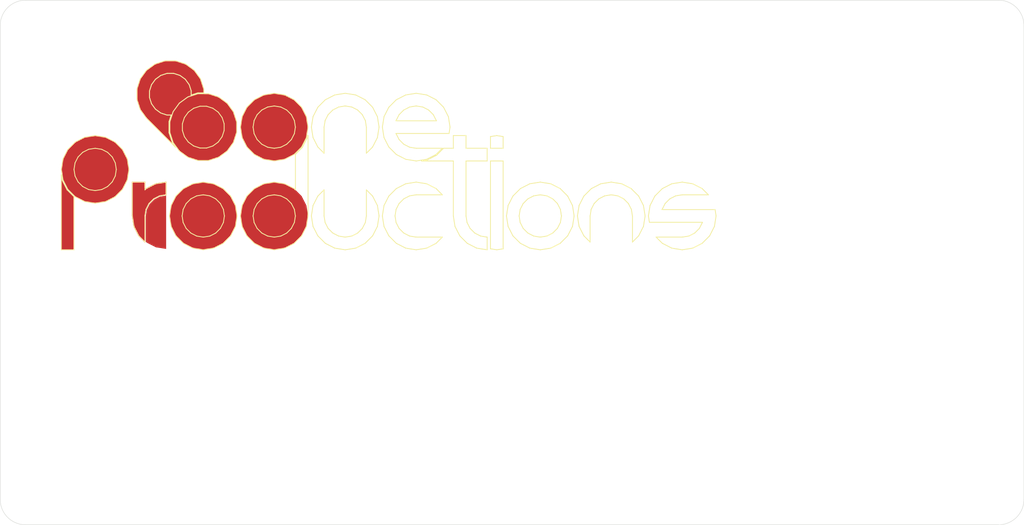
<source format=kicad_pcb>
(kicad_pcb (version 20171130) (host pcbnew "(5.1.9)-1")

  (general
    (thickness 1.6)
    (drawings 816)
    (tracks 0)
    (zones 0)
    (modules 0)
    (nets 1)
  )

  (page A4)
  (layers
    (0 F.Cu signal)
    (31 B.Cu signal)
    (32 B.Adhes user)
    (33 F.Adhes user)
    (34 B.Paste user)
    (35 F.Paste user)
    (36 B.SilkS user)
    (37 F.SilkS user)
    (38 B.Mask user)
    (39 F.Mask user)
    (40 Dwgs.User user)
    (41 Cmts.User user)
    (42 Eco1.User user)
    (43 Eco2.User user)
    (44 Edge.Cuts user)
    (45 Margin user)
    (46 B.CrtYd user)
    (47 F.CrtYd user)
    (48 B.Fab user)
    (49 F.Fab user)
  )

  (setup
    (last_trace_width 0.25)
    (trace_clearance 0.2)
    (zone_clearance 0.508)
    (zone_45_only no)
    (trace_min 0.2)
    (via_size 0.8)
    (via_drill 0.4)
    (via_min_size 0.4)
    (via_min_drill 0.3)
    (uvia_size 0.3)
    (uvia_drill 0.1)
    (uvias_allowed no)
    (uvia_min_size 0.2)
    (uvia_min_drill 0.1)
    (edge_width 0.05)
    (segment_width 0.2)
    (pcb_text_width 0.3)
    (pcb_text_size 1.5 1.5)
    (mod_edge_width 0.12)
    (mod_text_size 1 1)
    (mod_text_width 0.15)
    (pad_size 1.524 1.524)
    (pad_drill 0.762)
    (pad_to_mask_clearance 0)
    (aux_axis_origin 0 0)
    (visible_elements FFFFFF7F)
    (pcbplotparams
      (layerselection 0x010fc_ffffffff)
      (usegerberextensions false)
      (usegerberattributes true)
      (usegerberadvancedattributes true)
      (creategerberjobfile true)
      (excludeedgelayer true)
      (linewidth 0.150000)
      (plotframeref false)
      (viasonmask false)
      (mode 1)
      (useauxorigin false)
      (hpglpennumber 1)
      (hpglpenspeed 20)
      (hpglpendiameter 15.000000)
      (psnegative false)
      (psa4output false)
      (plotreference true)
      (plotvalue true)
      (plotinvisibletext false)
      (padsonsilk false)
      (subtractmaskfromsilk false)
      (outputformat 1)
      (mirror false)
      (drillshape 1)
      (scaleselection 1)
      (outputdirectory ""))
  )

  (net 0 "")

  (net_class Default "This is the default net class."
    (clearance 0.2)
    (trace_width 0.25)
    (via_dia 0.8)
    (via_drill 0.4)
    (uvia_dia 0.3)
    (uvia_drill 0.1)
  )

  (gr_arc (start 198 104) (end 201 104) (angle -90) (layer Edge.Cuts) (width 0.05) (tstamp 60940408))
  (gr_arc (start 198 160) (end 198 163) (angle -90) (layer Edge.Cuts) (width 0.05) (tstamp 609403E7))
  (gr_arc (start 83 160) (end 80 160) (angle -90) (layer Edge.Cuts) (width 0.05) (tstamp 609403D4))
  (gr_arc (start 83 104) (end 83 101) (angle -90) (layer Edge.Cuts) (width 0.05))
  (gr_poly (pts (xy 103.258707 124.218661) (xy 103.999974 124.101246) (xy 104.741241 124.218661) (xy 105.409903 124.559366) (xy 105.940607 125.090071) (xy 106.281313 125.758732) (xy 106.398728 126.5) (xy 106.281313 127.241267) (xy 105.940615 127.909935) (xy 105.40991 128.44064) (xy 104.741241 128.781338) (xy 103.999974 128.898753) (xy 103.258707 128.781338) (xy 102.590039 128.44064) (xy 102.059334 127.909935) (xy 101.718636 127.241267) (xy 101.60122 126.5) (xy 101.718636 125.758732) (xy 102.059341 125.090071) (xy 102.590046 124.559366)) (layer F.Mask) (width 0.1) (tstamp 609403A4))
  (gr_poly (pts (xy 87.3285 122.28145) (xy 87.8967 123.39653) (xy 88.7218 124.22861) (xy 88.7218 130.5) (xy 87.2218 130.5) (xy 87.2218 121.63921)) (layer F.Cu) (width 0))
  (gr_poly (pts (xy 99.610916 130.3988) (xy 98.40613 130.2079) (xy 97.31931 129.654159) (xy 97.21092 129.54578) (xy 97.21092 126.50784) (xy 97.32957 125.75873) (xy 97.67027 125.09007) (xy 98.20099 124.55936) (xy 98.86964 124.21866) (xy 99.610916 124.10124)) (layer F.Cu) (width 0) (tstamp 6094023E))
  (gr_poly (pts (xy 99.610916 130.3988) (xy 98.40613 130.2079) (xy 97.31931 129.654159) (xy 97.21092 129.54578) (xy 97.21092 126.50784) (xy 97.32957 125.75873) (xy 97.67027 125.09007) (xy 98.20099 124.55936) (xy 98.86964 124.21866) (xy 99.610916 124.10124)) (layer F.Mask) (width 0))
  (gr_poly (pts (xy 97.11092 123.41281) (xy 97.25978 123.26395) (xy 98.37486 122.69579) (xy 99.610916 122.5) (xy 99.610916 124) (xy 98.83838 124.12236) (xy 98.14146 124.47746) (xy 97.58838 125.03055) (xy 97.23328 125.72746) (xy 97.11092 126.5) (xy 97.11092 129.58719) (xy 96.37486 128.851139) (xy 95.8067 127.73605) (xy 95.61092 126.5) (xy 95.61092 122.5) (xy 97.11092 122.5)) (layer F.Cu) (width 0.1))
  (gr_poly (pts (xy 90.480568 118.718661) (xy 91.221835 118.601246) (xy 91.963102 118.718661) (xy 92.631764 119.059366) (xy 93.162468 119.590071) (xy 93.503174 120.258732) (xy 93.620589 121) (xy 93.503174 121.741267) (xy 93.162476 122.409935) (xy 92.631771 122.94064) (xy 91.963102 123.281338) (xy 91.221835 123.398753) (xy 90.480568 123.281338) (xy 89.8119 122.94064) (xy 89.281195 122.409935) (xy 88.940497 121.741267) (xy 88.823081 121) (xy 88.940497 120.258732) (xy 89.281202 119.590071) (xy 89.811907 119.059366)) (layer F.Mask) (width 0.1) (tstamp 609401F7))
  (gr_poly (pts (xy 111.647794 113.718664) (xy 112.389061 113.601249) (xy 113.130328 113.718664) (xy 113.79899 114.059369) (xy 114.329694 114.590074) (xy 114.6704 115.258735) (xy 114.787815 116.000003) (xy 114.6704 116.74127) (xy 114.329702 117.409938) (xy 113.798997 117.940643) (xy 113.130328 118.281341) (xy 112.389061 118.398756) (xy 111.647794 118.281341) (xy 110.979126 117.940643) (xy 110.448421 117.409938) (xy 110.107723 116.74127) (xy 109.990307 116.000003) (xy 110.107723 115.258735) (xy 110.448428 114.590074) (xy 110.979133 114.059369)) (layer F.Mask) (width 0.1) (tstamp 609401F3))
  (gr_poly (pts (xy 111.647792 124.218656) (xy 112.389059 124.101241) (xy 113.130326 124.218656) (xy 113.798988 124.559361) (xy 114.329692 125.090066) (xy 114.670398 125.758727) (xy 114.787813 126.499995) (xy 114.670398 127.241262) (xy 114.3297 127.90993) (xy 113.798995 128.440635) (xy 113.130326 128.781333) (xy 112.389059 128.898748) (xy 111.647792 128.781333) (xy 110.979124 128.440635) (xy 110.448419 127.90993) (xy 110.107721 127.241262) (xy 109.990305 126.499995) (xy 110.107721 125.758727) (xy 110.448426 125.090066) (xy 110.979131 124.559361)) (layer F.Mask) (width 0.1) (tstamp 609401C6))
  (gr_poly (pts (xy 89.985785 117.195785) (xy 91.221836 117.000015) (xy 92.457887 117.195785) (xy 93.572973 117.763952) (xy 94.457882 118.648861) (xy 95.026056 119.763954) (xy 95.221826 121.000005) (xy 95.02605 122.23605) (xy 94.457885 123.351138) (xy 93.572976 124.236047) (xy 92.457881 124.804219) (xy 91.221836 124.999995) (xy 89.985791 124.804219) (xy 88.870695 124.236048) (xy 87.985787 123.351139) (xy 87.417622 122.23605) (xy 87.221846 121.000005) (xy 87.417616 119.763954) (xy 87.98579 118.648861) (xy 88.870699 117.763952)) (layer F.Cu) (width 0) (tstamp 609401AD))
  (gr_poly (pts (xy 111.153035 122.695785) (xy 112.389086 122.500015) (xy 113.625137 122.695785) (xy 114.740223 123.263952) (xy 115.625132 124.148861) (xy 116.193306 125.263954) (xy 116.389076 126.500005) (xy 116.1933 127.73605) (xy 115.625135 128.851138) (xy 114.740226 129.736047) (xy 113.625131 130.304219) (xy 112.389086 130.499995) (xy 111.153041 130.304219) (xy 110.037945 129.736048) (xy 109.153037 128.851139) (xy 108.584872 127.73605) (xy 108.389096 126.500005) (xy 108.584866 125.263954) (xy 109.15304 124.148861) (xy 110.037949 123.263952)) (layer F.Cu) (width 0) (tstamp 609401A5))
  (gr_poly (pts (xy 102.763949 122.69579) (xy 104 122.50002) (xy 105.236051 122.69579) (xy 106.351137 123.263957) (xy 107.236046 124.148866) (xy 107.80422 125.263959) (xy 107.99999 126.50001) (xy 107.804214 127.736055) (xy 107.236049 128.851143) (xy 106.35114 129.736052) (xy 105.236045 130.304224) (xy 104 130.5) (xy 102.763955 130.304224) (xy 101.648859 129.736053) (xy 100.763951 128.851144) (xy 100.195786 127.736055) (xy 100.00001 126.50001) (xy 100.19578 125.263959) (xy 100.763954 124.148866) (xy 101.648863 123.263957)) (layer F.Cu) (width 0) (tstamp 60940194))
  (gr_poly (pts (xy 111.153004 112.19578) (xy 112.389055 112.00001) (xy 113.625106 112.19578) (xy 114.740192 112.763947) (xy 115.625101 113.648856) (xy 116.193275 114.763949) (xy 116.389045 116) (xy 116.193269 117.236045) (xy 115.625104 118.351133) (xy 114.740195 119.236042) (xy 113.6251 119.804214) (xy 112.389055 119.99999) (xy 111.15301 119.804214) (xy 110.037914 119.236043) (xy 109.153006 118.351134) (xy 108.584841 117.236045) (xy 108.389065 116) (xy 108.584835 114.763949) (xy 109.153009 113.648856) (xy 110.037918 112.763947)) (layer F.Cu) (width 0) (tstamp 6094015B))
  (gr_poly (pts (xy 105.81596 112.436) (xy 106.82841 113.17159) (xy 107.564 114.18404) (xy 107.95073 115.37428) (xy 107.95073 116.62573) (xy 107.564 117.81598) (xy 106.82841 118.82843) (xy 105.81596 119.564011) (xy 104.62572 119.950744) (xy 103.37427 119.950744) (xy 102.18402 119.564011) (xy 101.17157 118.82843) (xy 100.435989 117.81598) (xy 100.049255 116.62573) (xy 100.049255 115.37428) (xy 100.435989 114.18404) (xy 101.17157 113.17159) (xy 102.18402 112.436) (xy 103.37427 112.04927) (xy 104.62572 112.04927)) (layer F.Cu) (width 0))
  (gr_poly (pts (xy 105.08899 113.8627) (xy 105.69617 114.30383) (xy 106.1373 114.91101) (xy 106.3692 115.62474) (xy 106.3692 116.37527) (xy 106.1373 117.089) (xy 105.69617 117.69618) (xy 105.08899 118.13731) (xy 104.37526 118.36922) (xy 103.62473 118.36922) (xy 102.911 118.13731) (xy 102.30382 117.69618) (xy 101.86269 117.089) (xy 101.63078 116.37527) (xy 101.63078 115.62474) (xy 101.86269 114.91101) (xy 102.30382 114.30383) (xy 102.911 113.8627) (xy 103.62473 113.6308) (xy 104.37526 113.6308)) (layer F.Mask) (width 0.1))
  (gr_poly (pts (xy 97.21178 115.01006) (xy 101.11278 118.90933) (xy 101.30475 119.048813) (xy 98.0813 122.27226) (xy 98.34698 122.53793) (xy 98.37575 122.59439) (xy 97.21439 123.17485) (xy 97.21092 122.5) (xy 97.20602 122.4691) (xy 97.19182 122.44122) (xy 97.16969 122.4191) (xy 97.14182 122.40489) (xy 97.11092 122.39999) (xy 95.61092 122.39999) (xy 95.58002 122.40489) (xy 95.55214 122.4191) (xy 95.53001 122.44122) (xy 95.51581 122.4691) (xy 95.51091 122.5) (xy 95.51091 126.5) (xy 95.71761 127.78146) (xy 96.19452 128.717449) (xy 95.11092 128.88908) (xy 93.87485 128.6933) (xy 92.75978 128.125149) (xy 91.87485 127.24022) (xy 91.3067 126.12515) (xy 91.14253 125.08868) (xy 91.206189 125.09877) (xy 92.47353 124.90298) (xy 93.61836 124.32515) (xy 94.54698 123.39653) (xy 95.12482 122.25169) (xy 95.3206 121.01564) (xy 95.11514 119.718552) (xy 94.52859 118.57816) (xy 93.90936 117.95892) (xy 97.06213 114.80615)) (layer F.Mask) (width 0))
  (gr_poly (pts (xy 101.19991 109.9736) (xy 101.80708 110.41475) (xy 102.24821 111.02193) (xy 102.48012 111.73564) (xy 102.48012 112.23465) (xy 102.12524 112.3551) (xy 101.11278 113.09068) (xy 100.355087 114.12526) (xy 100.234634 114.48013) (xy 99.735641 114.48013) (xy 99.021927 114.24823) (xy 98.41475 113.8071) (xy 97.9736 113.19992) (xy 97.74171 112.48619) (xy 97.74171 111.73564) (xy 97.9736 111.02193) (xy 98.41475 110.41475) (xy 99.021927 109.9736) (xy 99.735641 109.7417) (xy 100.486176 109.7417)) (layer F.Cu) (width 0.1) (tstamp 6093FF24))
  (gr_poly (pts (xy 101.19991 109.9736) (xy 101.80708 110.41475) (xy 102.24821 111.02193) (xy 102.48012 111.73564) (xy 102.48012 112.23465) (xy 102.12524 112.3551) (xy 101.11278 113.09068) (xy 100.355087 114.12526) (xy 100.234634 114.48013) (xy 99.735641 114.48013) (xy 99.021927 114.24823) (xy 98.41475 113.8071) (xy 97.9736 113.19992) (xy 97.74171 112.48619) (xy 97.74171 111.73564) (xy 97.9736 111.02193) (xy 98.41475 110.41475) (xy 99 110) (xy 99.735641 109.7417) (xy 100.486176 109.7417)) (layer F.Mask) (width 0.1))
  (gr_line (start 80 160) (end 80 104) (layer Edge.Cuts) (width 0.05) (tstamp 6093FED3))
  (gr_line (start 198 163) (end 83 163) (layer Edge.Cuts) (width 0.05))
  (gr_line (start 201 104) (end 201 160) (layer Edge.Cuts) (width 0.05))
  (gr_line (start 83 101) (end 198 101) (layer Edge.Cuts) (width 0.05))
  (gr_poly (pts (xy 101.92686 108.5469) (xy 102.93933 109.2825) (xy 103.67491 110.29495) (xy 104.06165 111.48518) (xy 104.06165 111.94926) (xy 103.37427 111.94926) (xy 102.58011 112.20216) (xy 102.58011 111.71983) (xy 102.33841 110.97594) (xy 101.87868 110.34315) (xy 101.24588 109.8834) (xy 100.501999 109.6417) (xy 99.719833 109.6417) (xy 98.97594 109.8834) (xy 98.34315 110.34315) (xy 97.88341 110.97594) (xy 97.64171 111.71983) (xy 97.64171 112.50201) (xy 97.88341 113.2459) (xy 98.34315 113.87869) (xy 98.97594 114.33842) (xy 99.719833 114.58012) (xy 100.202148 114.58012) (xy 99.954162 115.34337) (xy 99.949264 116.62573) (xy 100.355087 117.87476) (xy 100.719574 118.37645) (xy 97.28249 114.93935) (xy 96.54691 113.92688) (xy 96.16019 112.73665) (xy 96.16019 111.48518) (xy 96.54691 110.29495) (xy 97.28249 109.2825) (xy 98.29495 108.5469) (xy 99.485184 108.1602) (xy 100.736633 108.1602)) (layer F.Cu) (width 0))
  (gr_line (start 160.6048 128.89999) (end 161.353999 128.78134) (layer F.Mask) (width 0.1))
  (gr_line (start 157.5669 128.89999) (end 160.6048 128.89999) (layer F.Mask) (width 0.1))
  (gr_line (start 157.4585 128.791609) (end 157.5669 128.89999) (layer F.Mask) (width 0.1))
  (gr_line (start 156.9048 127.70479) (end 157.4585 128.791609) (layer F.Mask) (width 0.1))
  (gr_line (start 156.8486 127.35001) (end 156.9048 127.70479) (layer F.Mask) (width 0.1))
  (gr_line (start 162.8386 127.35001) (end 156.8486 127.35001) (layer F.Mask) (width 0.1))
  (gr_line (start 162.5533 127.90993) (end 162.8386 127.35001) (layer F.Mask) (width 0.1))
  (gr_line (start 162.0226 128.44064) (end 162.5533 127.90993) (layer F.Mask) (width 0.1))
  (gr_line (start 161.353999 128.78134) (end 162.0226 128.44064) (layer F.Mask) (width 0.1))
  (gr_line (start 152.2236 130.3988) (end 153.4284 130.2079) (layer F.Mask) (width 0.1))
  (gr_line (start 151.0188 130.2079) (end 152.2236 130.3988) (layer F.Mask) (width 0.1))
  (gr_line (start 149.932 129.654159) (end 151.0188 130.2079) (layer F.Mask) (width 0.1))
  (gr_line (start 149.8236 129.54578) (end 149.932 129.654159) (layer F.Mask) (width 0.1))
  (gr_line (start 149.8236 126.50784) (end 149.8236 129.54578) (layer F.Mask) (width 0.1))
  (gr_line (start 149.9423 125.75873) (end 149.8236 126.50784) (layer F.Mask) (width 0.1))
  (gr_line (start 150.283 125.09007) (end 149.9423 125.75873) (layer F.Mask) (width 0.1))
  (gr_line (start 150.813699 124.55936) (end 150.283 125.09007) (layer F.Mask) (width 0.1))
  (gr_line (start 151.4823 124.21866) (end 150.813699 124.55936) (layer F.Mask) (width 0.1))
  (gr_line (start 152.2236 124.10124) (end 151.4823 124.21866) (layer F.Mask) (width 0.1))
  (gr_line (start 152.9649 124.21866) (end 152.2236 124.10124) (layer F.Mask) (width 0.1))
  (gr_line (start 153.6335 124.55936) (end 152.9649 124.21866) (layer F.Mask) (width 0.1))
  (gr_line (start 154.1642 125.09007) (end 153.6335 124.55936) (layer F.Mask) (width 0.1))
  (gr_line (start 154.5049 125.75873) (end 154.1642 125.09007) (layer F.Mask) (width 0.1))
  (gr_line (start 154.6236 126.50784) (end 154.5049 125.75873) (layer F.Mask) (width 0.1))
  (gr_line (start 154.6236 129.54578) (end 154.6236 126.50784) (layer F.Mask) (width 0.1))
  (gr_line (start 154.5152 129.654159) (end 154.6236 129.54578) (layer F.Mask) (width 0.1))
  (gr_line (start 153.4284 130.2079) (end 154.5152 129.654159) (layer F.Mask) (width 0.1))
  (gr_line (start 143.8345 128.89876) (end 144.5758 128.78134) (layer F.Mask) (width 0.1))
  (gr_line (start 143.0932 128.78134) (end 143.8345 128.89876) (layer F.Mask) (width 0.1))
  (gr_line (start 142.4246 128.44064) (end 143.0932 128.78134) (layer F.Mask) (width 0.1))
  (gr_line (start 141.8939 127.90993) (end 142.4246 128.44064) (layer F.Mask) (width 0.1))
  (gr_line (start 141.5532 127.24127) (end 141.8939 127.90993) (layer F.Mask) (width 0.1))
  (gr_line (start 141.4357 126.5) (end 141.5532 127.24127) (layer F.Mask) (width 0.1))
  (gr_line (start 141.5532 125.75873) (end 141.4357 126.5) (layer F.Mask) (width 0.1))
  (gr_line (start 141.8939 125.09007) (end 141.5532 125.75873) (layer F.Mask) (width 0.1))
  (gr_line (start 142.4246 124.55936) (end 141.8939 125.09007) (layer F.Mask) (width 0.1))
  (gr_line (start 143.0932 124.21866) (end 142.4246 124.55936) (layer F.Mask) (width 0.1))
  (gr_line (start 143.8345 124.10124) (end 143.0932 124.21866) (layer F.Mask) (width 0.1))
  (gr_line (start 144.5758 124.21866) (end 143.8345 124.10124) (layer F.Mask) (width 0.1))
  (gr_line (start 145.244399 124.55936) (end 144.5758 124.21866) (layer F.Mask) (width 0.1))
  (gr_line (start 145.7751 125.09007) (end 145.244399 124.55936) (layer F.Mask) (width 0.1))
  (gr_line (start 146.1158 125.75873) (end 145.7751 125.09007) (layer F.Mask) (width 0.1))
  (gr_line (start 146.2333 126.5) (end 146.1158 125.75873) (layer F.Mask) (width 0.1))
  (gr_line (start 146.1158 127.24127) (end 146.2333 126.5) (layer F.Mask) (width 0.1))
  (gr_line (start 145.7751 127.90993) (end 146.1158 127.24127) (layer F.Mask) (width 0.1))
  (gr_line (start 145.244399 128.44064) (end 145.7751 127.90993) (layer F.Mask) (width 0.1))
  (gr_line (start 144.5758 128.78134) (end 145.244399 128.44064) (layer F.Mask) (width 0.1))
  (gr_line (start 112.3891 128.89876) (end 113.1303 128.78134) (layer F.Mask) (width 0.1))
  (gr_line (start 111.6478 128.78134) (end 112.3891 128.89876) (layer F.Mask) (width 0.1))
  (gr_line (start 110.9791 128.44064) (end 111.6478 128.78134) (layer F.Mask) (width 0.1))
  (gr_line (start 110.448399 127.90993) (end 110.9791 128.44064) (layer F.Mask) (width 0.1))
  (gr_line (start 110.1077 127.24127) (end 110.448399 127.90993) (layer F.Mask) (width 0.1))
  (gr_line (start 109.99031 126.5) (end 110.1077 127.24127) (layer F.Mask) (width 0.1))
  (gr_line (start 110.1077 125.75873) (end 109.99031 126.5) (layer F.Mask) (width 0.1))
  (gr_line (start 110.448399 125.09007) (end 110.1077 125.75873) (layer F.Mask) (width 0.1))
  (gr_line (start 110.9791 124.55936) (end 110.448399 125.09007) (layer F.Mask) (width 0.1))
  (gr_line (start 111.6478 124.21866) (end 110.9791 124.55936) (layer F.Mask) (width 0.1))
  (gr_line (start 112.3891 124.10124) (end 111.6478 124.21866) (layer F.Mask) (width 0.1))
  (gr_line (start 113.1303 124.21866) (end 112.3891 124.10124) (layer F.Mask) (width 0.1))
  (gr_line (start 113.799 124.55936) (end 113.1303 124.21866) (layer F.Mask) (width 0.1))
  (gr_line (start 114.3297 125.09007) (end 113.799 124.55936) (layer F.Mask) (width 0.1))
  (gr_line (start 114.6704 125.75873) (end 114.3297 125.09007) (layer F.Mask) (width 0.1))
  (gr_line (start 114.7878 126.5) (end 114.6704 125.75873) (layer F.Mask) (width 0.1))
  (gr_line (start 114.6704 127.24127) (end 114.7878 126.5) (layer F.Mask) (width 0.1))
  (gr_line (start 114.3297 127.90993) (end 114.6704 127.24127) (layer F.Mask) (width 0.1))
  (gr_line (start 113.799 128.44064) (end 114.3297 127.90993) (layer F.Mask) (width 0.1))
  (gr_line (start 113.1303 128.78134) (end 113.799 128.44064) (layer F.Mask) (width 0.1))
  (gr_line (start 103.99998 128.89876) (end 104.74126 128.78134) (layer F.Mask) (width 0.1))
  (gr_line (start 103.25871 128.78134) (end 103.99998 128.89876) (layer F.Mask) (width 0.1))
  (gr_line (start 102.59006 128.44064) (end 103.25871 128.78134) (layer F.Mask) (width 0.1))
  (gr_line (start 102.05934 127.90993) (end 102.59006 128.44064) (layer F.Mask) (width 0.1))
  (gr_line (start 101.71864 127.24127) (end 102.05934 127.90993) (layer F.Mask) (width 0.1))
  (gr_line (start 101.60123 126.5) (end 101.71864 127.24127) (layer F.Mask) (width 0.1))
  (gr_line (start 101.71864 125.75873) (end 101.60123 126.5) (layer F.Mask) (width 0.1))
  (gr_line (start 102.05934 125.09007) (end 101.71864 125.75873) (layer F.Mask) (width 0.1))
  (gr_line (start 102.59006 124.55936) (end 102.05934 125.09007) (layer F.Mask) (width 0.1))
  (gr_line (start 103.25871 124.21866) (end 102.59006 124.55936) (layer F.Mask) (width 0.1))
  (gr_line (start 103.99998 124.10124) (end 103.25871 124.21866) (layer F.Mask) (width 0.1))
  (gr_line (start 104.74126 124.21866) (end 103.99998 124.10124) (layer F.Mask) (width 0.1))
  (gr_line (start 105.40991 124.55936) (end 104.74126 124.21866) (layer F.Mask) (width 0.1))
  (gr_line (start 105.94063 125.09007) (end 105.40991 124.55936) (layer F.Mask) (width 0.1))
  (gr_line (start 106.28133 125.75873) (end 105.94063 125.09007) (layer F.Mask) (width 0.1))
  (gr_line (start 106.39874 126.5) (end 106.28133 125.75873) (layer F.Mask) (width 0.1))
  (gr_line (start 106.28133 127.24127) (end 106.39874 126.5) (layer F.Mask) (width 0.1))
  (gr_line (start 105.94063 127.90993) (end 106.28133 127.24127) (layer F.Mask) (width 0.1))
  (gr_line (start 105.40991 128.44064) (end 105.94063 127.90993) (layer F.Mask) (width 0.1))
  (gr_line (start 104.74126 128.78134) (end 105.40991 128.44064) (layer F.Mask) (width 0.1))
  (gr_line (start 99.610916 130.3988) (end 99.610916 124.10124) (layer F.Mask) (width 0.1))
  (gr_line (start 98.40613 130.2079) (end 99.610916 130.3988) (layer F.Mask) (width 0.1))
  (gr_line (start 97.31931 129.654159) (end 98.40613 130.2079) (layer F.Mask) (width 0.1))
  (gr_line (start 97.21092 129.54578) (end 97.31931 129.654159) (layer F.Mask) (width 0.1))
  (gr_line (start 97.21092 126.50784) (end 97.21092 129.54578) (layer F.Mask) (width 0.1))
  (gr_line (start 97.32957 125.75873) (end 97.21092 126.50784) (layer F.Mask) (width 0.1))
  (gr_line (start 97.67027 125.09007) (end 97.32957 125.75873) (layer F.Mask) (width 0.1))
  (gr_line (start 98.20099 124.55936) (end 97.67027 125.09007) (layer F.Mask) (width 0.1))
  (gr_line (start 98.86964 124.21866) (end 98.20099 124.55936) (layer F.Mask) (width 0.1))
  (gr_line (start 99.610916 124.10124) (end 98.86964 124.21866) (layer F.Mask) (width 0.1))
  (gr_line (start 164.3768 125.64999) (end 164.3206 125.29521) (layer F.Mask) (width 0.1))
  (gr_line (start 158.3867 125.64999) (end 164.3768 125.64999) (layer F.Mask) (width 0.1))
  (gr_line (start 158.672 125.09007) (end 158.3867 125.64999) (layer F.Mask) (width 0.1))
  (gr_line (start 159.2028 124.55936) (end 158.672 125.09007) (layer F.Mask) (width 0.1))
  (gr_line (start 159.8714 124.21866) (end 159.2028 124.55936) (layer F.Mask) (width 0.1))
  (gr_line (start 160.6205 124.10001) (end 159.8714 124.21866) (layer F.Mask) (width 0.1))
  (gr_line (start 163.6585 124.10001) (end 160.6205 124.10001) (layer F.Mask) (width 0.1))
  (gr_line (start 163.7668 124.20839) (end 163.6585 124.10001) (layer F.Mask) (width 0.1))
  (gr_line (start 164.3206 125.29521) (end 163.7668 124.20839) (layer F.Mask) (width 0.1))
  (gr_line (start 132.213 128.89999) (end 132.321399 128.791609) (layer F.Mask) (width 0.1))
  (gr_line (start 129.175099 128.89999) (end 132.213 128.89999) (layer F.Mask) (width 0.1))
  (gr_line (start 128.425999 128.78134) (end 129.175099 128.89999) (layer F.Mask) (width 0.1))
  (gr_line (start 127.7573 128.44064) (end 128.425999 128.78134) (layer F.Mask) (width 0.1))
  (gr_line (start 127.2266 127.90993) (end 127.7573 128.44064) (layer F.Mask) (width 0.1))
  (gr_line (start 126.885899 127.24127) (end 127.2266 127.90993) (layer F.Mask) (width 0.1))
  (gr_line (start 126.7685 126.5) (end 126.885899 127.24127) (layer F.Mask) (width 0.1))
  (gr_line (start 126.885899 125.75873) (end 126.7685 126.5) (layer F.Mask) (width 0.1))
  (gr_line (start 127.2266 125.09007) (end 126.885899 125.75873) (layer F.Mask) (width 0.1))
  (gr_line (start 127.7573 124.55936) (end 127.2266 125.09007) (layer F.Mask) (width 0.1))
  (gr_line (start 128.425999 124.21866) (end 127.7573 124.55936) (layer F.Mask) (width 0.1))
  (gr_line (start 129.175099 124.10001) (end 128.425999 124.21866) (layer F.Mask) (width 0.1))
  (gr_line (start 132.213 124.10001) (end 129.175099 124.10001) (layer F.Mask) (width 0.1))
  (gr_line (start 132.321399 124.20839) (end 132.213 124.10001) (layer F.Mask) (width 0.1))
  (gr_line (start 132.8752 125.29521) (end 132.321399 124.20839) (layer F.Mask) (width 0.1))
  (gr_line (start 133.066 126.5) (end 132.8752 125.29521) (layer F.Mask) (width 0.1))
  (gr_line (start 132.8752 127.70479) (end 133.066 126.5) (layer F.Mask) (width 0.1))
  (gr_line (start 132.321399 128.791609) (end 132.8752 127.70479) (layer F.Mask) (width 0.1))
  (gr_line (start 137.4563 128.88292) (end 137.4563 120.100006) (layer F.Mask) (width 0.1))
  (gr_line (start 136.8151 128.78134) (end 137.4563 128.88292) (layer F.Mask) (width 0.1))
  (gr_line (start 136.1464 128.44064) (end 136.8151 128.78134) (layer F.Mask) (width 0.1))
  (gr_line (start 135.6157 127.90993) (end 136.1464 128.44064) (layer F.Mask) (width 0.1))
  (gr_line (start 135.275 127.24127) (end 135.6157 127.90993) (layer F.Mask) (width 0.1))
  (gr_line (start 135.1563 126.49216) (end 135.275 127.24127) (layer F.Mask) (width 0.1))
  (gr_line (start 135.1563 120.100006) (end 135.1563 126.49216) (layer F.Mask) (width 0.1))
  (gr_line (start 137.4563 120.100006) (end 135.1563 120.100006) (layer F.Mask) (width 0.1))
  (gr_line (start 91.22183 123.39876) (end 91.9631 123.28134) (layer F.Mask) (width 0.1))
  (gr_line (start 90.48056 123.28134) (end 91.22183 123.39876) (layer F.Mask) (width 0.1))
  (gr_line (start 89.8119 122.94064) (end 90.48056 123.28134) (layer F.Mask) (width 0.1))
  (gr_line (start 89.2812 122.40993) (end 89.8119 122.94064) (layer F.Mask) (width 0.1))
  (gr_line (start 88.9405 121.74127) (end 89.2812 122.40993) (layer F.Mask) (width 0.1))
  (gr_line (start 88.8231 121) (end 88.9405 121.74127) (layer F.Mask) (width 0.1))
  (gr_line (start 88.9405 120.258728) (end 88.8231 121) (layer F.Mask) (width 0.1))
  (gr_line (start 89.2812 119.590073) (end 88.9405 120.258728) (layer F.Mask) (width 0.1))
  (gr_line (start 89.8119 119.059357) (end 89.2812 119.590073) (layer F.Mask) (width 0.1))
  (gr_line (start 90.48056 118.71866) (end 89.8119 119.059357) (layer F.Mask) (width 0.1))
  (gr_line (start 91.22183 118.60124) (end 90.48056 118.71866) (layer F.Mask) (width 0.1))
  (gr_line (start 91.9631 118.71866) (end 91.22183 118.60124) (layer F.Mask) (width 0.1))
  (gr_line (start 92.63176 119.059357) (end 91.9631 118.71866) (layer F.Mask) (width 0.1))
  (gr_line (start 93.16248 119.590073) (end 92.63176 119.059357) (layer F.Mask) (width 0.1))
  (gr_line (start 93.50317 120.258728) (end 93.16248 119.590073) (layer F.Mask) (width 0.1))
  (gr_line (start 93.62059 121) (end 93.50317 120.258728) (layer F.Mask) (width 0.1))
  (gr_line (start 93.50317 121.74127) (end 93.62059 121) (layer F.Mask) (width 0.1))
  (gr_line (start 93.16248 122.40993) (end 93.50317 121.74127) (layer F.Mask) (width 0.1))
  (gr_line (start 92.63176 122.94064) (end 93.16248 122.40993) (layer F.Mask) (width 0.1))
  (gr_line (start 91.9631 123.28134) (end 92.63176 122.94064) (layer F.Mask) (width 0.1))
  (gr_line (start 139.4454 119.900009) (end 139.4454 118.60001) (layer F.Mask) (width 0.1))
  (gr_line (start 137.9454 119.900009) (end 139.4454 119.900009) (layer F.Mask) (width 0.1))
  (gr_line (start 137.9454 118.60001) (end 137.9454 119.900009) (layer F.Mask) (width 0.1))
  (gr_line (start 139.4454 118.60001) (end 137.9454 118.60001) (layer F.Mask) (width 0.1))
  (gr_line (start 132.213 118.39999) (end 132.321399 118.29161) (layer F.Mask) (width 0.1))
  (gr_line (start 129.175099 118.39999) (end 132.213 118.39999) (layer F.Mask) (width 0.1))
  (gr_line (start 128.425999 118.28134) (end 129.175099 118.39999) (layer F.Mask) (width 0.1))
  (gr_line (start 127.7573 117.94064) (end 128.425999 118.28134) (layer F.Mask) (width 0.1))
  (gr_line (start 127.2266 117.40993) (end 127.7573 117.94064) (layer F.Mask) (width 0.1))
  (gr_line (start 126.9413 116.85001) (end 127.2266 117.40993) (layer F.Mask) (width 0.1))
  (gr_line (start 132.9314 116.85001) (end 126.9413 116.85001) (layer F.Mask) (width 0.1))
  (gr_line (start 132.8752 117.20479) (end 132.9314 116.85001) (layer F.Mask) (width 0.1))
  (gr_line (start 132.321399 118.29161) (end 132.8752 117.20479) (layer F.Mask) (width 0.1))
  (gr_line (start 104.37526 118.36922) (end 105.08899 118.13731) (layer F.Mask) (width 0.1))
  (gr_line (start 103.62473 118.36922) (end 104.37526 118.36922) (layer F.Mask) (width 0.1))
  (gr_line (start 102.911 118.13731) (end 103.62473 118.36922) (layer F.Mask) (width 0.1))
  (gr_line (start 102.30382 117.69618) (end 102.911 118.13731) (layer F.Mask) (width 0.1))
  (gr_line (start 101.86269 117.089) (end 102.30382 117.69618) (layer F.Mask) (width 0.1))
  (gr_line (start 101.63078 116.37527) (end 101.86269 117.089) (layer F.Mask) (width 0.1))
  (gr_line (start 101.63078 115.62474) (end 101.63078 116.37527) (layer F.Mask) (width 0.1))
  (gr_line (start 101.86269 114.91101) (end 101.63078 115.62474) (layer F.Mask) (width 0.1))
  (gr_line (start 102.30382 114.30383) (end 101.86269 114.91101) (layer F.Mask) (width 0.1))
  (gr_line (start 102.911 113.8627) (end 102.30382 114.30383) (layer F.Mask) (width 0.1))
  (gr_line (start 103.62473 113.6308) (end 102.911 113.8627) (layer F.Mask) (width 0.1))
  (gr_line (start 104.37526 113.6308) (end 103.62473 113.6308) (layer F.Mask) (width 0.1))
  (gr_line (start 105.08899 113.8627) (end 104.37526 113.6308) (layer F.Mask) (width 0.1))
  (gr_line (start 105.69617 114.30383) (end 105.08899 113.8627) (layer F.Mask) (width 0.1))
  (gr_line (start 106.1373 114.91101) (end 105.69617 114.30383) (layer F.Mask) (width 0.1))
  (gr_line (start 106.3692 115.62474) (end 106.1373 114.91101) (layer F.Mask) (width 0.1))
  (gr_line (start 106.3692 116.37527) (end 106.3692 115.62474) (layer F.Mask) (width 0.1))
  (gr_line (start 106.1373 117.089) (end 106.3692 116.37527) (layer F.Mask) (width 0.1))
  (gr_line (start 105.69617 117.69618) (end 106.1373 117.089) (layer F.Mask) (width 0.1))
  (gr_line (start 105.08899 118.13731) (end 105.69617 117.69618) (layer F.Mask) (width 0.1))
  (gr_line (start 131.3932 115.14999) (end 131.1079 114.59007) (layer F.Mask) (width 0.1))
  (gr_line (start 126.9413 115.14999) (end 131.3932 115.14999) (layer F.Mask) (width 0.1))
  (gr_line (start 127.2266 114.59007) (end 126.9413 115.14999) (layer F.Mask) (width 0.1))
  (gr_line (start 127.7573 114.05936) (end 127.2266 114.59007) (layer F.Mask) (width 0.1))
  (gr_line (start 128.425999 113.71866) (end 127.7573 114.05936) (layer F.Mask) (width 0.1))
  (gr_line (start 129.1673 113.60124) (end 128.425999 113.71866) (layer F.Mask) (width 0.1))
  (gr_line (start 129.9085 113.71866) (end 129.1673 113.60124) (layer F.Mask) (width 0.1))
  (gr_line (start 130.5772 114.05936) (end 129.9085 113.71866) (layer F.Mask) (width 0.1))
  (gr_line (start 131.1079 114.59007) (end 130.5772 114.05936) (layer F.Mask) (width 0.1))
  (gr_line (start 120.7782 128.89876) (end 121.5194 128.78134) (layer F.Mask) (width 0.1))
  (gr_line (start 120.0369 128.78134) (end 120.7782 128.89876) (layer F.Mask) (width 0.1))
  (gr_line (start 119.3682 128.44064) (end 120.0369 128.78134) (layer F.Mask) (width 0.1))
  (gr_line (start 118.8375 127.90993) (end 119.3682 128.44064) (layer F.Mask) (width 0.1))
  (gr_line (start 118.4968 127.24127) (end 118.8375 127.90993) (layer F.Mask) (width 0.1))
  (gr_line (start 118.3794 126.5) (end 118.4968 127.24127) (layer F.Mask) (width 0.1))
  (gr_line (start 118.378199 126.5) (end 118.3794 126.5) (layer F.Mask) (width 0.1))
  (gr_line (start 118.378199 116) (end 118.378199 126.5) (layer F.Mask) (width 0.1))
  (gr_line (start 118.3794 116) (end 118.378199 116) (layer F.Mask) (width 0.1))
  (gr_line (start 118.4968 115.25873) (end 118.3794 116) (layer F.Mask) (width 0.1))
  (gr_line (start 118.8375 114.59007) (end 118.4968 115.25873) (layer F.Mask) (width 0.1))
  (gr_line (start 119.3682 114.05936) (end 118.8375 114.59007) (layer F.Mask) (width 0.1))
  (gr_line (start 120.0369 113.71866) (end 119.3682 114.05936) (layer F.Mask) (width 0.1))
  (gr_line (start 120.7782 113.60124) (end 120.0369 113.71866) (layer F.Mask) (width 0.1))
  (gr_line (start 121.5194 113.71866) (end 120.7782 113.60124) (layer F.Mask) (width 0.1))
  (gr_line (start 122.188099 114.05936) (end 121.5194 113.71866) (layer F.Mask) (width 0.1))
  (gr_line (start 122.7188 114.59007) (end 122.188099 114.05936) (layer F.Mask) (width 0.1))
  (gr_line (start 123.0595 115.25873) (end 122.7188 114.59007) (layer F.Mask) (width 0.1))
  (gr_line (start 123.1769 116) (end 123.0595 115.25873) (layer F.Mask) (width 0.1))
  (gr_line (start 123.1782 116) (end 123.1769 116) (layer F.Mask) (width 0.1))
  (gr_line (start 123.1782 126.5) (end 123.1782 116) (layer F.Mask) (width 0.1))
  (gr_line (start 123.1769 126.5) (end 123.1782 126.5) (layer F.Mask) (width 0.1))
  (gr_line (start 123.0595 127.24127) (end 123.1769 126.5) (layer F.Mask) (width 0.1))
  (gr_line (start 122.7188 127.90993) (end 123.0595 127.24127) (layer F.Mask) (width 0.1))
  (gr_line (start 122.188099 128.44064) (end 122.7188 127.90993) (layer F.Mask) (width 0.1))
  (gr_line (start 121.5194 128.78134) (end 122.188099 128.44064) (layer F.Mask) (width 0.1))
  (gr_line (start 112.3891 118.39876) (end 113.1304 118.28134) (layer F.Mask) (width 0.1))
  (gr_line (start 111.6478 118.28134) (end 112.3891 118.39876) (layer F.Mask) (width 0.1))
  (gr_line (start 110.9792 117.94064) (end 111.6478 118.28134) (layer F.Mask) (width 0.1))
  (gr_line (start 110.448399 117.40993) (end 110.9792 117.94064) (layer F.Mask) (width 0.1))
  (gr_line (start 110.1077 116.74127) (end 110.448399 117.40993) (layer F.Mask) (width 0.1))
  (gr_line (start 109.99033 116) (end 110.1077 116.74127) (layer F.Mask) (width 0.1))
  (gr_line (start 110.1077 115.25873) (end 109.99033 116) (layer F.Mask) (width 0.1))
  (gr_line (start 110.448399 114.59007) (end 110.1077 115.25873) (layer F.Mask) (width 0.1))
  (gr_line (start 110.9792 114.05936) (end 110.448399 114.59007) (layer F.Mask) (width 0.1))
  (gr_line (start 111.6478 113.71866) (end 110.9792 114.05936) (layer F.Mask) (width 0.1))
  (gr_line (start 112.3891 113.60124) (end 111.6478 113.71866) (layer F.Mask) (width 0.1))
  (gr_line (start 113.1304 113.71866) (end 112.3891 113.60124) (layer F.Mask) (width 0.1))
  (gr_line (start 113.799 114.05936) (end 113.1304 113.71866) (layer F.Mask) (width 0.1))
  (gr_line (start 114.3297 114.59007) (end 113.799 114.05936) (layer F.Mask) (width 0.1))
  (gr_line (start 114.6704 115.25873) (end 114.3297 114.59007) (layer F.Mask) (width 0.1))
  (gr_line (start 114.7878 116) (end 114.6704 115.25873) (layer F.Mask) (width 0.1))
  (gr_line (start 114.6704 116.74127) (end 114.7878 116) (layer F.Mask) (width 0.1))
  (gr_line (start 114.3297 117.40993) (end 114.6704 116.74127) (layer F.Mask) (width 0.1))
  (gr_line (start 113.799 117.94064) (end 114.3297 117.40993) (layer F.Mask) (width 0.1))
  (gr_line (start 113.1304 118.28134) (end 113.799 117.94064) (layer F.Mask) (width 0.1))
  (gr_line (start 100.234634 114.48013) (end 100.340881 114.15314) (layer F.Mask) (width 0.1))
  (gr_line (start 99.735641 114.48013) (end 100.234634 114.48013) (layer F.Mask) (width 0.1))
  (gr_line (start 99.021927 114.24823) (end 99.735641 114.48013) (layer F.Mask) (width 0.1))
  (gr_line (start 98.41475 113.8071) (end 99.021927 114.24823) (layer F.Mask) (width 0.1))
  (gr_line (start 97.9736 113.19992) (end 98.41475 113.8071) (layer F.Mask) (width 0.1))
  (gr_line (start 97.74171 112.48619) (end 97.9736 113.19992) (layer F.Mask) (width 0.1))
  (gr_line (start 97.74171 111.73564) (end 97.74171 112.48619) (layer F.Mask) (width 0.1))
  (gr_line (start 97.9736 111.02193) (end 97.74171 111.73564) (layer F.Mask) (width 0.1))
  (gr_line (start 98.41475 110.41475) (end 97.9736 111.02193) (layer F.Mask) (width 0.1))
  (gr_line (start 99.021927 109.9736) (end 98.41475 110.41475) (layer F.Mask) (width 0.1))
  (gr_line (start 99.735641 109.7417) (end 99.021927 109.9736) (layer F.Mask) (width 0.1))
  (gr_line (start 100.486176 109.7417) (end 99.735641 109.7417) (layer F.Mask) (width 0.1))
  (gr_line (start 101.19991 109.9736) (end 100.486176 109.7417) (layer F.Mask) (width 0.1))
  (gr_line (start 101.80708 110.41475) (end 101.19991 109.9736) (layer F.Mask) (width 0.1))
  (gr_line (start 102.24821 111.02193) (end 101.80708 110.41475) (layer F.Mask) (width 0.1))
  (gr_line (start 102.48012 111.73564) (end 102.24821 111.02193) (layer F.Mask) (width 0.1))
  (gr_line (start 102.48012 112.23465) (end 102.48012 111.73564) (layer F.Mask) (width 0.1))
  (gr_line (start 102.15312 112.3409) (end 102.48012 112.23465) (layer F.Mask) (width 0.1))
  (gr_line (start 102.12524 112.3551) (end 102.15312 112.3409) (layer F.Mask) (width 0.1))
  (gr_line (start 101.11278 113.09068) (end 102.12524 112.3551) (layer F.Mask) (width 0.1))
  (gr_line (start 101.09067 113.11279) (end 101.11278 113.09068) (layer F.Mask) (width 0.1))
  (gr_line (start 100.355087 114.12526) (end 101.09067 113.11279) (layer F.Mask) (width 0.1))
  (gr_line (start 100.340881 114.15314) (end 100.355087 114.12526) (layer F.Mask) (width 0.1))
  (gr_line (start 120.7782 130.5) (end 122.0142 130.3042) (layer F.SilkS) (width 0.1))
  (gr_line (start 119.5421 130.3042) (end 120.7782 130.5) (layer F.SilkS) (width 0.1))
  (gr_line (start 118.426999 129.73605) (end 119.5421 130.3042) (layer F.SilkS) (width 0.1))
  (gr_line (start 117.5421 128.851139) (end 118.426999 129.73605) (layer F.SilkS) (width 0.1))
  (gr_line (start 116.9739 127.73605) (end 117.5421 128.851139) (layer F.SilkS) (width 0.1))
  (gr_line (start 116.7782 126.5) (end 116.9739 127.73605) (layer F.SilkS) (width 0.1))
  (gr_line (start 116.9739 125.26395) (end 116.7782 126.5) (layer F.SilkS) (width 0.1))
  (gr_line (start 117.5421 124.14886) (end 116.9739 125.26395) (layer F.SilkS) (width 0.1))
  (gr_line (start 118.2782 123.41281) (end 117.5421 124.14886) (layer F.SilkS) (width 0.1))
  (gr_line (start 118.2782 126.5) (end 118.2782 123.41281) (layer F.SilkS) (width 0.1))
  (gr_line (start 118.4005 127.27254) (end 118.2782 126.5) (layer F.SilkS) (width 0.1))
  (gr_line (start 118.7556 127.96945) (end 118.4005 127.27254) (layer F.SilkS) (width 0.1))
  (gr_line (start 119.3087 128.522539) (end 118.7556 127.96945) (layer F.SilkS) (width 0.1))
  (gr_line (start 120.0056 128.877639) (end 119.3087 128.522539) (layer F.SilkS) (width 0.1))
  (gr_line (start 120.7782 129) (end 120.0056 128.877639) (layer F.SilkS) (width 0.1))
  (gr_line (start 121.5507 128.877639) (end 120.7782 129) (layer F.SilkS) (width 0.1))
  (gr_line (start 122.2476 128.522539) (end 121.5507 128.877639) (layer F.SilkS) (width 0.1))
  (gr_line (start 122.8007 127.96945) (end 122.2476 128.522539) (layer F.SilkS) (width 0.1))
  (gr_line (start 123.1558 127.27254) (end 122.8007 127.96945) (layer F.SilkS) (width 0.1))
  (gr_line (start 123.2782 126.5) (end 123.1558 127.27254) (layer F.SilkS) (width 0.1))
  (gr_line (start 123.2782 123.41281) (end 123.2782 126.5) (layer F.SilkS) (width 0.1))
  (gr_line (start 124.0142 124.14886) (end 123.2782 123.41281) (layer F.SilkS) (width 0.1))
  (gr_line (start 124.5824 125.26395) (end 124.0142 124.14886) (layer F.SilkS) (width 0.1))
  (gr_line (start 124.7782 126.5) (end 124.5824 125.26395) (layer F.SilkS) (width 0.1))
  (gr_line (start 124.5824 127.73605) (end 124.7782 126.5) (layer F.SilkS) (width 0.1))
  (gr_line (start 124.0142 128.851139) (end 124.5824 127.73605) (layer F.SilkS) (width 0.1))
  (gr_line (start 123.1293 129.73605) (end 124.0142 128.851139) (layer F.SilkS) (width 0.1))
  (gr_line (start 122.0142 130.3042) (end 123.1293 129.73605) (layer F.SilkS) (width 0.1))
  (gr_line (start 154.7236 129.58719) (end 155.4597 128.851139) (layer F.SilkS) (width 0.1))
  (gr_line (start 154.7236 126.5) (end 154.7236 129.58719) (layer F.SilkS) (width 0.1))
  (gr_line (start 154.6012 125.72746) (end 154.7236 126.5) (layer F.SilkS) (width 0.1))
  (gr_line (start 154.2461 125.03055) (end 154.6012 125.72746) (layer F.SilkS) (width 0.1))
  (gr_line (start 153.6931 124.47746) (end 154.2461 125.03055) (layer F.SilkS) (width 0.1))
  (gr_line (start 152.9961 124.12236) (end 153.6931 124.47746) (layer F.SilkS) (width 0.1))
  (gr_line (start 152.2236 124) (end 152.9961 124.12236) (layer F.SilkS) (width 0.1))
  (gr_line (start 151.4511 124.12236) (end 152.2236 124) (layer F.SilkS) (width 0.1))
  (gr_line (start 150.7542 124.47746) (end 151.4511 124.12236) (layer F.SilkS) (width 0.1))
  (gr_line (start 150.2011 125.03055) (end 150.7542 124.47746) (layer F.SilkS) (width 0.1))
  (gr_line (start 149.846 125.72746) (end 150.2011 125.03055) (layer F.SilkS) (width 0.1))
  (gr_line (start 149.7236 126.5) (end 149.846 125.72746) (layer F.SilkS) (width 0.1))
  (gr_line (start 149.7236 129.58719) (end 149.7236 126.5) (layer F.SilkS) (width 0.1))
  (gr_line (start 148.9875 128.851139) (end 149.7236 129.58719) (layer F.SilkS) (width 0.1))
  (gr_line (start 148.4194 127.73605) (end 148.9875 128.851139) (layer F.SilkS) (width 0.1))
  (gr_line (start 148.2236 126.5) (end 148.4194 127.73605) (layer F.SilkS) (width 0.1))
  (gr_line (start 148.4194 125.26395) (end 148.2236 126.5) (layer F.SilkS) (width 0.1))
  (gr_line (start 148.9875 124.14886) (end 148.4194 125.26395) (layer F.SilkS) (width 0.1))
  (gr_line (start 149.8725 123.26395) (end 148.9875 124.14886) (layer F.SilkS) (width 0.1))
  (gr_line (start 150.9875 122.69579) (end 149.8725 123.26395) (layer F.SilkS) (width 0.1))
  (gr_line (start 152.2236 122.5) (end 150.9875 122.69579) (layer F.SilkS) (width 0.1))
  (gr_line (start 153.4597 122.69579) (end 152.2236 122.5) (layer F.SilkS) (width 0.1))
  (gr_line (start 154.5747 123.26395) (end 153.4597 122.69579) (layer F.SilkS) (width 0.1))
  (gr_line (start 155.4597 124.14886) (end 154.5747 123.26395) (layer F.SilkS) (width 0.1))
  (gr_line (start 156.0278 125.26395) (end 155.4597 124.14886) (layer F.SilkS) (width 0.1))
  (gr_line (start 156.2236 126.5) (end 156.0278 125.26395) (layer F.SilkS) (width 0.1))
  (gr_line (start 156.0278 127.73605) (end 156.2236 126.5) (layer F.SilkS) (width 0.1))
  (gr_line (start 155.4597 128.851139) (end 156.0278 127.73605) (layer F.SilkS) (width 0.1))
  (gr_line (start 143.8345 129) (end 143.062 128.877639) (layer F.SilkS) (width 0.1))
  (gr_line (start 144.607 128.877639) (end 143.8345 129) (layer F.SilkS) (width 0.1))
  (gr_line (start 145.304 128.522539) (end 144.607 128.877639) (layer F.SilkS) (width 0.1))
  (gr_line (start 145.857 127.96945) (end 145.304 128.522539) (layer F.SilkS) (width 0.1))
  (gr_line (start 146.2121 127.27254) (end 145.857 127.96945) (layer F.SilkS) (width 0.1))
  (gr_line (start 146.3345 126.5) (end 146.2121 127.27254) (layer F.SilkS) (width 0.1))
  (gr_line (start 146.2121 125.72746) (end 146.3345 126.5) (layer F.SilkS) (width 0.1))
  (gr_line (start 145.857 125.03055) (end 146.2121 125.72746) (layer F.SilkS) (width 0.1))
  (gr_line (start 145.304 124.47746) (end 145.857 125.03055) (layer F.SilkS) (width 0.1))
  (gr_line (start 144.607 124.12236) (end 145.304 124.47746) (layer F.SilkS) (width 0.1))
  (gr_line (start 143.8345 124) (end 144.607 124.12236) (layer F.SilkS) (width 0.1))
  (gr_line (start 143.062 124.12236) (end 143.8345 124) (layer F.SilkS) (width 0.1))
  (gr_line (start 142.365099 124.47746) (end 143.062 124.12236) (layer F.SilkS) (width 0.1))
  (gr_line (start 141.812 125.03055) (end 142.365099 124.47746) (layer F.SilkS) (width 0.1))
  (gr_line (start 141.4569 125.72746) (end 141.812 125.03055) (layer F.SilkS) (width 0.1))
  (gr_line (start 141.3345 126.5) (end 141.4569 125.72746) (layer F.SilkS) (width 0.1))
  (gr_line (start 141.4569 127.27254) (end 141.3345 126.5) (layer F.SilkS) (width 0.1))
  (gr_line (start 141.812 127.96945) (end 141.4569 127.27254) (layer F.SilkS) (width 0.1))
  (gr_line (start 142.365099 128.522539) (end 141.812 127.96945) (layer F.SilkS) (width 0.1))
  (gr_line (start 143.062 128.877639) (end 142.365099 128.522539) (layer F.SilkS) (width 0.1))
  (gr_line (start 143.8345 130.5) (end 145.0706 130.3042) (layer F.SilkS) (width 0.1))
  (gr_line (start 142.5984 130.3042) (end 143.8345 130.5) (layer F.SilkS) (width 0.1))
  (gr_line (start 141.4834 129.73605) (end 142.5984 130.3042) (layer F.SilkS) (width 0.1))
  (gr_line (start 140.5984 128.851139) (end 141.4834 129.73605) (layer F.SilkS) (width 0.1))
  (gr_line (start 140.0303 127.73605) (end 140.5984 128.851139) (layer F.SilkS) (width 0.1))
  (gr_line (start 139.8345 126.5) (end 140.0303 127.73605) (layer F.SilkS) (width 0.1))
  (gr_line (start 140.0303 125.26395) (end 139.8345 126.5) (layer F.SilkS) (width 0.1))
  (gr_line (start 140.5984 124.14886) (end 140.0303 125.26395) (layer F.SilkS) (width 0.1))
  (gr_line (start 141.4834 123.26395) (end 140.5984 124.14886) (layer F.SilkS) (width 0.1))
  (gr_line (start 142.5984 122.69579) (end 141.4834 123.26395) (layer F.SilkS) (width 0.1))
  (gr_line (start 143.8345 122.5) (end 142.5984 122.69579) (layer F.SilkS) (width 0.1))
  (gr_line (start 145.0706 122.69579) (end 143.8345 122.5) (layer F.SilkS) (width 0.1))
  (gr_line (start 146.1856 123.26395) (end 145.0706 122.69579) (layer F.SilkS) (width 0.1))
  (gr_line (start 147.0706 124.14886) (end 146.1856 123.26395) (layer F.SilkS) (width 0.1))
  (gr_line (start 147.6387 125.26395) (end 147.0706 124.14886) (layer F.SilkS) (width 0.1))
  (gr_line (start 147.8345 126.5) (end 147.6387 125.26395) (layer F.SilkS) (width 0.1))
  (gr_line (start 147.6387 127.73605) (end 147.8345 126.5) (layer F.SilkS) (width 0.1))
  (gr_line (start 147.0706 128.851139) (end 147.6387 127.73605) (layer F.SilkS) (width 0.1))
  (gr_line (start 146.1856 129.73605) (end 147.0706 128.851139) (layer F.SilkS) (width 0.1))
  (gr_line (start 145.0706 130.3042) (end 146.1856 129.73605) (layer F.SilkS) (width 0.1))
  (gr_line (start 129.1673 130.5) (end 130.4033 130.3042) (layer F.SilkS) (width 0.1))
  (gr_line (start 127.9312 130.3042) (end 129.1673 130.5) (layer F.SilkS) (width 0.1))
  (gr_line (start 126.8161 129.73605) (end 127.9312 130.3042) (layer F.SilkS) (width 0.1))
  (gr_line (start 125.9312 128.851139) (end 126.8161 129.73605) (layer F.SilkS) (width 0.1))
  (gr_line (start 125.363 127.73605) (end 125.9312 128.851139) (layer F.SilkS) (width 0.1))
  (gr_line (start 125.1673 126.5) (end 125.363 127.73605) (layer F.SilkS) (width 0.1))
  (gr_line (start 125.363 125.26395) (end 125.1673 126.5) (layer F.SilkS) (width 0.1))
  (gr_line (start 125.9312 124.14886) (end 125.363 125.26395) (layer F.SilkS) (width 0.1))
  (gr_line (start 126.8161 123.26395) (end 125.9312 124.14886) (layer F.SilkS) (width 0.1))
  (gr_line (start 127.9312 122.69579) (end 126.8161 123.26395) (layer F.SilkS) (width 0.1))
  (gr_line (start 129.1673 122.5) (end 127.9312 122.69579) (layer F.SilkS) (width 0.1))
  (gr_line (start 130.4033 122.69579) (end 129.1673 122.5) (layer F.SilkS) (width 0.1))
  (gr_line (start 131.518399 123.26395) (end 130.4033 122.69579) (layer F.SilkS) (width 0.1))
  (gr_line (start 132.2544 124) (end 131.518399 123.26395) (layer F.SilkS) (width 0.1))
  (gr_line (start 129.1673 124) (end 132.2544 124) (layer F.SilkS) (width 0.1))
  (gr_line (start 128.3947 124.12236) (end 129.1673 124) (layer F.SilkS) (width 0.1))
  (gr_line (start 127.6978 124.47746) (end 128.3947 124.12236) (layer F.SilkS) (width 0.1))
  (gr_line (start 127.1447 125.03055) (end 127.6978 124.47746) (layer F.SilkS) (width 0.1))
  (gr_line (start 126.7896 125.72746) (end 127.1447 125.03055) (layer F.SilkS) (width 0.1))
  (gr_line (start 126.6673 126.5) (end 126.7896 125.72746) (layer F.SilkS) (width 0.1))
  (gr_line (start 126.7896 127.27254) (end 126.6673 126.5) (layer F.SilkS) (width 0.1))
  (gr_line (start 127.1447 127.96945) (end 126.7896 127.27254) (layer F.SilkS) (width 0.1))
  (gr_line (start 127.6978 128.522539) (end 127.1447 127.96945) (layer F.SilkS) (width 0.1))
  (gr_line (start 128.3947 128.877639) (end 127.6978 128.522539) (layer F.SilkS) (width 0.1))
  (gr_line (start 129.1673 129) (end 128.3947 128.877639) (layer F.SilkS) (width 0.1))
  (gr_line (start 132.2544 129) (end 129.1673 129) (layer F.SilkS) (width 0.1))
  (gr_line (start 131.518399 129.73605) (end 132.2544 129) (layer F.SilkS) (width 0.1))
  (gr_line (start 130.4033 130.3042) (end 131.518399 129.73605) (layer F.SilkS) (width 0.1))
  (gr_line (start 103.99998 129) (end 103.22745 128.877639) (layer F.SilkS) (width 0.1))
  (gr_line (start 104.77252 128.877639) (end 103.99998 129) (layer F.SilkS) (width 0.1))
  (gr_line (start 105.46944 128.522539) (end 104.77252 128.877639) (layer F.SilkS) (width 0.1))
  (gr_line (start 106.02252 127.96945) (end 105.46944 128.522539) (layer F.SilkS) (width 0.1))
  (gr_line (start 106.37762 127.27254) (end 106.02252 127.96945) (layer F.SilkS) (width 0.1))
  (gr_line (start 106.49998 126.5) (end 106.37762 127.27254) (layer F.SilkS) (width 0.1))
  (gr_line (start 106.37762 125.72746) (end 106.49998 126.5) (layer F.SilkS) (width 0.1))
  (gr_line (start 106.02252 125.03055) (end 106.37762 125.72746) (layer F.SilkS) (width 0.1))
  (gr_line (start 105.46944 124.47746) (end 106.02252 125.03055) (layer F.SilkS) (width 0.1))
  (gr_line (start 104.77252 124.12236) (end 105.46944 124.47746) (layer F.SilkS) (width 0.1))
  (gr_line (start 103.99998 124) (end 104.77252 124.12236) (layer F.SilkS) (width 0.1))
  (gr_line (start 103.22745 124.12236) (end 103.99998 124) (layer F.SilkS) (width 0.1))
  (gr_line (start 102.53053 124.47746) (end 103.22745 124.12236) (layer F.SilkS) (width 0.1))
  (gr_line (start 101.97745 125.03055) (end 102.53053 124.47746) (layer F.SilkS) (width 0.1))
  (gr_line (start 101.62234 125.72746) (end 101.97745 125.03055) (layer F.SilkS) (width 0.1))
  (gr_line (start 101.49998 126.5) (end 101.62234 125.72746) (layer F.SilkS) (width 0.1))
  (gr_line (start 101.62234 127.27254) (end 101.49998 126.5) (layer F.SilkS) (width 0.1))
  (gr_line (start 101.97745 127.96945) (end 101.62234 127.27254) (layer F.SilkS) (width 0.1))
  (gr_line (start 102.53053 128.522539) (end 101.97745 127.96945) (layer F.SilkS) (width 0.1))
  (gr_line (start 103.22745 128.877639) (end 102.53053 128.522539) (layer F.SilkS) (width 0.1))
  (gr_line (start 103.99998 130.5) (end 105.23604 130.3042) (layer F.SilkS) (width 0.1))
  (gr_line (start 102.76393 130.3042) (end 103.99998 130.5) (layer F.SilkS) (width 0.1))
  (gr_line (start 101.64885 129.73605) (end 102.76393 130.3042) (layer F.SilkS) (width 0.1))
  (gr_line (start 100.763931 128.851139) (end 101.64885 129.73605) (layer F.SilkS) (width 0.1))
  (gr_line (start 100.19577 127.73605) (end 100.763931 128.851139) (layer F.SilkS) (width 0.1))
  (gr_line (start 100 126.5) (end 100.19577 127.73605) (layer F.SilkS) (width 0.1))
  (gr_line (start 100.19577 125.26395) (end 100 126.5) (layer F.SilkS) (width 0.1))
  (gr_line (start 100.763931 124.14886) (end 100.19577 125.26395) (layer F.SilkS) (width 0.1))
  (gr_line (start 101.64885 123.26395) (end 100.763931 124.14886) (layer F.SilkS) (width 0.1))
  (gr_line (start 102.76393 122.69579) (end 101.64885 123.26395) (layer F.SilkS) (width 0.1))
  (gr_line (start 103.99998 122.5) (end 102.76393 122.69579) (layer F.SilkS) (width 0.1))
  (gr_line (start 105.23604 122.69579) (end 103.99998 122.5) (layer F.SilkS) (width 0.1))
  (gr_line (start 106.35112 123.26395) (end 105.23604 122.69579) (layer F.SilkS) (width 0.1))
  (gr_line (start 107.23604 124.14886) (end 106.35112 123.26395) (layer F.SilkS) (width 0.1))
  (gr_line (start 107.8042 125.26395) (end 107.23604 124.14886) (layer F.SilkS) (width 0.1))
  (gr_line (start 107.99998 126.5) (end 107.8042 125.26395) (layer F.SilkS) (width 0.1))
  (gr_line (start 107.8042 127.73605) (end 107.99998 126.5) (layer F.SilkS) (width 0.1))
  (gr_line (start 107.23604 128.851139) (end 107.8042 127.73605) (layer F.SilkS) (width 0.1))
  (gr_line (start 106.35112 129.73605) (end 107.23604 128.851139) (layer F.SilkS) (width 0.1))
  (gr_line (start 105.23604 130.3042) (end 106.35112 129.73605) (layer F.SilkS) (width 0.1))
  (gr_line (start 97.11092 129.58719) (end 97.11092 126.5) (layer F.SilkS) (width 0.1))
  (gr_line (start 96.37486 128.851139) (end 97.11092 129.58719) (layer F.SilkS) (width 0.1))
  (gr_line (start 95.8067 127.73605) (end 96.37486 128.851139) (layer F.SilkS) (width 0.1))
  (gr_line (start 95.61092 126.5) (end 95.8067 127.73605) (layer F.SilkS) (width 0.1))
  (gr_line (start 95.61092 122.5) (end 95.61092 126.5) (layer F.SilkS) (width 0.1))
  (gr_line (start 97.11092 122.5) (end 95.61092 122.5) (layer F.SilkS) (width 0.1))
  (gr_line (start 97.11092 123.41281) (end 97.11092 122.5) (layer F.SilkS) (width 0.1))
  (gr_line (start 97.25978 123.26395) (end 97.11092 123.41281) (layer F.SilkS) (width 0.1))
  (gr_line (start 98.37486 122.69579) (end 97.25978 123.26395) (layer F.SilkS) (width 0.1))
  (gr_line (start 99.610916 122.5) (end 98.37486 122.69579) (layer F.SilkS) (width 0.1))
  (gr_line (start 99.610916 124) (end 99.610916 122.5) (layer F.SilkS) (width 0.1))
  (gr_line (start 98.83838 124.12236) (end 99.610916 124) (layer F.SilkS) (width 0.1))
  (gr_line (start 98.14146 124.47746) (end 98.83838 124.12236) (layer F.SilkS) (width 0.1))
  (gr_line (start 97.58838 125.03055) (end 98.14146 124.47746) (layer F.SilkS) (width 0.1))
  (gr_line (start 97.23328 125.72746) (end 97.58838 125.03055) (layer F.SilkS) (width 0.1))
  (gr_line (start 97.11092 126.5) (end 97.23328 125.72746) (layer F.SilkS) (width 0.1))
  (gr_line (start 160.6127 130.5) (end 161.8487 130.3042) (layer F.SilkS) (width 0.1))
  (gr_line (start 159.3766 130.3042) (end 160.6127 130.5) (layer F.SilkS) (width 0.1))
  (gr_line (start 158.2616 129.73605) (end 159.3766 130.3042) (layer F.SilkS) (width 0.1))
  (gr_line (start 157.5255 129) (end 158.2616 129.73605) (layer F.SilkS) (width 0.1))
  (gr_line (start 160.6127 129) (end 157.5255 129) (layer F.SilkS) (width 0.1))
  (gr_line (start 161.3852 128.877639) (end 160.6127 129) (layer F.SilkS) (width 0.1))
  (gr_line (start 162.0821 128.522539) (end 161.3852 128.877639) (layer F.SilkS) (width 0.1))
  (gr_line (start 162.6352 127.96945) (end 162.0821 128.522539) (layer F.SilkS) (width 0.1))
  (gr_line (start 162.9903 127.27254) (end 162.6352 127.96945) (layer F.SilkS) (width 0.1))
  (gr_line (start 162.9939 127.25) (end 162.9903 127.27254) (layer F.SilkS) (width 0.1))
  (gr_line (start 156.731499 127.25) (end 162.9939 127.25) (layer F.SilkS) (width 0.1))
  (gr_line (start 156.6127 126.5) (end 156.731499 127.25) (layer F.SilkS) (width 0.1))
  (gr_line (start 156.8085 125.26395) (end 156.6127 126.5) (layer F.SilkS) (width 0.1))
  (gr_line (start 157.3766 124.14886) (end 156.8085 125.26395) (layer F.SilkS) (width 0.1))
  (gr_line (start 158.2616 123.26395) (end 157.3766 124.14886) (layer F.SilkS) (width 0.1))
  (gr_line (start 159.3766 122.69579) (end 158.2616 123.26395) (layer F.SilkS) (width 0.1))
  (gr_line (start 160.6127 122.5) (end 159.3766 122.69579) (layer F.SilkS) (width 0.1))
  (gr_line (start 161.8487 122.69579) (end 160.6127 122.5) (layer F.SilkS) (width 0.1))
  (gr_line (start 162.9638 123.26395) (end 161.8487 122.69579) (layer F.SilkS) (width 0.1))
  (gr_line (start 163.6999 124) (end 162.9638 123.26395) (layer F.SilkS) (width 0.1))
  (gr_line (start 160.6127 124) (end 163.6999 124) (layer F.SilkS) (width 0.1))
  (gr_line (start 159.8401 124.12236) (end 160.6127 124) (layer F.SilkS) (width 0.1))
  (gr_line (start 159.1432 124.47746) (end 159.8401 124.12236) (layer F.SilkS) (width 0.1))
  (gr_line (start 158.5901 125.03055) (end 159.1432 124.47746) (layer F.SilkS) (width 0.1))
  (gr_line (start 158.235 125.72746) (end 158.5901 125.03055) (layer F.SilkS) (width 0.1))
  (gr_line (start 158.231499 125.75) (end 158.235 125.72746) (layer F.SilkS) (width 0.1))
  (gr_line (start 164.4939 125.75) (end 158.231499 125.75) (layer F.SilkS) (width 0.1))
  (gr_line (start 164.6127 126.5) (end 164.4939 125.75) (layer F.SilkS) (width 0.1))
  (gr_line (start 164.4169 127.73605) (end 164.6127 126.5) (layer F.SilkS) (width 0.1))
  (gr_line (start 163.8487 128.851139) (end 164.4169 127.73605) (layer F.SilkS) (width 0.1))
  (gr_line (start 162.9638 129.73605) (end 163.8487 128.851139) (layer F.SilkS) (width 0.1))
  (gr_line (start 161.8487 130.3042) (end 162.9638 129.73605) (layer F.SilkS) (width 0.1))
  (gr_line (start 88.7218 130.5) (end 88.7218 124.22861) (layer F.SilkS) (width 0.1))
  (gr_line (start 87.2218 130.5) (end 88.7218 130.5) (layer F.SilkS) (width 0.1))
  (gr_line (start 87.2218 121.63921) (end 87.2218 130.5) (layer F.SilkS) (width 0.1))
  (gr_line (start 87.3188 122.25169) (end 87.2218 121.63921) (layer F.SilkS) (width 0.1))
  (gr_line (start 87.3285 122.28145) (end 87.3188 122.25169) (layer F.SilkS) (width 0.1))
  (gr_line (start 87.8967 123.39653) (end 87.3285 122.28145) (layer F.SilkS) (width 0.1))
  (gr_line (start 87.9151 123.42184) (end 87.8967 123.39653) (layer F.SilkS) (width 0.1))
  (gr_line (start 88.7218 124.22861) (end 87.9151 123.42184) (layer F.SilkS) (width 0.1))
  (gr_line (start 138.6954 130.5) (end 139.4454 130.3812) (layer F.SilkS) (width 0.1))
  (gr_line (start 137.9454 130.3812) (end 138.6954 130.5) (layer F.SilkS) (width 0.1))
  (gr_line (start 137.9454 120) (end 137.9454 130.3812) (layer F.SilkS) (width 0.1))
  (gr_line (start 139.4454 120) (end 137.9454 120) (layer F.SilkS) (width 0.1))
  (gr_line (start 139.4454 130.3812) (end 139.4454 120) (layer F.SilkS) (width 0.1))
  (gr_line (start 139.4454 118.5) (end 139.4454 117.11879) (layer F.SilkS) (width 0.1))
  (gr_line (start 137.9454 118.5) (end 139.4454 118.5) (layer F.SilkS) (width 0.1))
  (gr_line (start 137.9454 117.11879) (end 137.9454 118.5) (layer F.SilkS) (width 0.1))
  (gr_line (start 138.6954 117) (end 137.9454 117.11879) (layer F.SilkS) (width 0.1))
  (gr_line (start 139.4454 117.11879) (end 138.6954 117) (layer F.SilkS) (width 0.1))
  (gr_line (start 112.3891 129) (end 111.6165 128.877639) (layer F.SilkS) (width 0.1))
  (gr_line (start 113.1616 128.877639) (end 112.3891 129) (layer F.SilkS) (width 0.1))
  (gr_line (start 113.858499 128.522539) (end 113.1616 128.877639) (layer F.SilkS) (width 0.1))
  (gr_line (start 114.4116 127.96945) (end 113.858499 128.522539) (layer F.SilkS) (width 0.1))
  (gr_line (start 114.7667 127.27254) (end 114.4116 127.96945) (layer F.SilkS) (width 0.1))
  (gr_line (start 114.8891 126.5) (end 114.7667 127.27254) (layer F.SilkS) (width 0.1))
  (gr_line (start 114.7667 125.72746) (end 114.8891 126.5) (layer F.SilkS) (width 0.1))
  (gr_line (start 114.4116 125.03055) (end 114.7667 125.72746) (layer F.SilkS) (width 0.1))
  (gr_line (start 113.858499 124.47746) (end 114.4116 125.03055) (layer F.SilkS) (width 0.1))
  (gr_line (start 113.1616 124.12236) (end 113.858499 124.47746) (layer F.SilkS) (width 0.1))
  (gr_line (start 112.3891 124) (end 113.1616 124.12236) (layer F.SilkS) (width 0.1))
  (gr_line (start 111.6165 124.12236) (end 112.3891 124) (layer F.SilkS) (width 0.1))
  (gr_line (start 110.9196 124.47746) (end 111.6165 124.12236) (layer F.SilkS) (width 0.1))
  (gr_line (start 110.3665 125.03055) (end 110.9196 124.47746) (layer F.SilkS) (width 0.1))
  (gr_line (start 110.0114 125.72746) (end 110.3665 125.03055) (layer F.SilkS) (width 0.1))
  (gr_line (start 109.88907 126.5) (end 110.0114 125.72746) (layer F.SilkS) (width 0.1))
  (gr_line (start 110.0114 127.27254) (end 109.88907 126.5) (layer F.SilkS) (width 0.1))
  (gr_line (start 110.3665 127.96945) (end 110.0114 127.27254) (layer F.SilkS) (width 0.1))
  (gr_line (start 110.9196 128.522539) (end 110.3665 127.96945) (layer F.SilkS) (width 0.1))
  (gr_line (start 111.6165 128.877639) (end 110.9196 128.522539) (layer F.SilkS) (width 0.1))
  (gr_line (start 112.3891 130.5) (end 113.6251 130.3042) (layer F.SilkS) (width 0.1))
  (gr_line (start 111.153 130.3042) (end 112.3891 130.5) (layer F.SilkS) (width 0.1))
  (gr_line (start 110.0379 129.73605) (end 111.153 130.3042) (layer F.SilkS) (width 0.1))
  (gr_line (start 109.15302 128.851139) (end 110.0379 129.73605) (layer F.SilkS) (width 0.1))
  (gr_line (start 108.58485 127.73605) (end 109.15302 128.851139) (layer F.SilkS) (width 0.1))
  (gr_line (start 108.38907 126.5) (end 108.58485 127.73605) (layer F.SilkS) (width 0.1))
  (gr_line (start 108.58485 125.26395) (end 108.38907 126.5) (layer F.SilkS) (width 0.1))
  (gr_line (start 109.15302 124.14886) (end 108.58485 125.26395) (layer F.SilkS) (width 0.1))
  (gr_line (start 110.0379 123.26395) (end 109.15302 124.14886) (layer F.SilkS) (width 0.1))
  (gr_line (start 111.153 122.69579) (end 110.0379 123.26395) (layer F.SilkS) (width 0.1))
  (gr_line (start 112.3891 122.5) (end 111.153 122.69579) (layer F.SilkS) (width 0.1))
  (gr_line (start 113.6251 122.69579) (end 112.3891 122.5) (layer F.SilkS) (width 0.1))
  (gr_line (start 114.7402 123.26395) (end 113.6251 122.69579) (layer F.SilkS) (width 0.1))
  (gr_line (start 114.8891 123.41281) (end 114.7402 123.26395) (layer F.SilkS) (width 0.1))
  (gr_line (start 114.8891 119.228607) (end 114.8891 123.41281) (layer F.SilkS) (width 0.1))
  (gr_line (start 115.6958 118.42184) (end 114.8891 119.228607) (layer F.SilkS) (width 0.1))
  (gr_line (start 115.7142 118.39653) (end 115.6958 118.42184) (layer F.SilkS) (width 0.1))
  (gr_line (start 116.2824 117.28145) (end 115.7142 118.39653) (layer F.SilkS) (width 0.1))
  (gr_line (start 116.2921 117.25169) (end 116.2824 117.28145) (layer F.SilkS) (width 0.1))
  (gr_line (start 116.3319 117) (end 116.2921 117.25169) (layer F.SilkS) (width 0.1))
  (gr_line (start 116.3891 117) (end 116.3319 117) (layer F.SilkS) (width 0.1))
  (gr_line (start 116.3891 126.5) (end 116.3891 117) (layer F.SilkS) (width 0.1))
  (gr_line (start 116.1933 127.73605) (end 116.3891 126.5) (layer F.SilkS) (width 0.1))
  (gr_line (start 115.6251 128.851139) (end 116.1933 127.73605) (layer F.SilkS) (width 0.1))
  (gr_line (start 114.7402 129.73605) (end 115.6251 128.851139) (layer F.SilkS) (width 0.1))
  (gr_line (start 113.6251 130.3042) (end 114.7402 129.73605) (layer F.SilkS) (width 0.1))
  (gr_line (start 137.5563 130.5) (end 137.5563 129) (layer F.SilkS) (width 0.1))
  (gr_line (start 136.3203 130.3042) (end 137.5563 130.5) (layer F.SilkS) (width 0.1))
  (gr_line (start 135.2052 129.73605) (end 136.3203 130.3042) (layer F.SilkS) (width 0.1))
  (gr_line (start 134.3203 128.851139) (end 135.2052 129.73605) (layer F.SilkS) (width 0.1))
  (gr_line (start 133.752099 127.73605) (end 134.3203 128.851139) (layer F.SilkS) (width 0.1))
  (gr_line (start 133.5563 126.5) (end 133.752099 127.73605) (layer F.SilkS) (width 0.1))
  (gr_line (start 133.5563 120) (end 133.5563 126.5) (layer F.SilkS) (width 0.1))
  (gr_line (start 129.8065 120) (end 133.5563 120) (layer F.SilkS) (width 0.1))
  (gr_line (start 130.4189 119.902984) (end 129.8065 120) (layer F.SilkS) (width 0.1))
  (gr_line (start 130.4487 119.893311) (end 130.4189 119.902984) (layer F.SilkS) (width 0.1))
  (gr_line (start 131.5638 119.32515) (end 130.4487 119.893311) (layer F.SilkS) (width 0.1))
  (gr_line (start 131.5891 119.306763) (end 131.5638 119.32515) (layer F.SilkS) (width 0.1))
  (gr_line (start 132.395899 118.5) (end 131.5891 119.306763) (layer F.SilkS) (width 0.1))
  (gr_line (start 133.5563 118.5) (end 132.395899 118.5) (layer F.SilkS) (width 0.1))
  (gr_line (start 133.5563 117) (end 133.5563 118.5) (layer F.SilkS) (width 0.1))
  (gr_line (start 135.0563 117) (end 133.5563 117) (layer F.SilkS) (width 0.1))
  (gr_line (start 135.0563 118.5) (end 135.0563 117) (layer F.SilkS) (width 0.1))
  (gr_line (start 137.5563 118.5) (end 135.0563 118.5) (layer F.SilkS) (width 0.1))
  (gr_line (start 137.5563 120) (end 137.5563 118.5) (layer F.SilkS) (width 0.1))
  (gr_line (start 135.0563 120) (end 137.5563 120) (layer F.SilkS) (width 0.1))
  (gr_line (start 135.0563 126.5) (end 135.0563 120) (layer F.SilkS) (width 0.1))
  (gr_line (start 135.1787 127.27254) (end 135.0563 126.5) (layer F.SilkS) (width 0.1))
  (gr_line (start 135.5338 127.96945) (end 135.1787 127.27254) (layer F.SilkS) (width 0.1))
  (gr_line (start 136.0869 128.522539) (end 135.5338 127.96945) (layer F.SilkS) (width 0.1))
  (gr_line (start 136.7838 128.877639) (end 136.0869 128.522539) (layer F.SilkS) (width 0.1))
  (gr_line (start 137.5563 129) (end 136.7838 128.877639) (layer F.SilkS) (width 0.1))
  (gr_line (start 91.22183 123.5) (end 90.4493 123.37764) (layer F.SilkS) (width 0.1))
  (gr_line (start 91.99437 123.37764) (end 91.22183 123.5) (layer F.SilkS) (width 0.1))
  (gr_line (start 92.69128 123.02254) (end 91.99437 123.37764) (layer F.SilkS) (width 0.1))
  (gr_line (start 93.24437 122.46945) (end 92.69128 123.02254) (layer F.SilkS) (width 0.1))
  (gr_line (start 93.59947 121.77254) (end 93.24437 122.46945) (layer F.SilkS) (width 0.1))
  (gr_line (start 93.72183 121) (end 93.59947 121.77254) (layer F.SilkS) (width 0.1))
  (gr_line (start 93.59947 120.227463) (end 93.72183 121) (layer F.SilkS) (width 0.1))
  (gr_line (start 93.24437 119.530548) (end 93.59947 120.227463) (layer F.SilkS) (width 0.1))
  (gr_line (start 92.69128 118.97746) (end 93.24437 119.530548) (layer F.SilkS) (width 0.1))
  (gr_line (start 91.99437 118.62236) (end 92.69128 118.97746) (layer F.SilkS) (width 0.1))
  (gr_line (start 91.22183 118.5) (end 91.99437 118.62236) (layer F.SilkS) (width 0.1))
  (gr_line (start 90.4493 118.62236) (end 91.22183 118.5) (layer F.SilkS) (width 0.1))
  (gr_line (start 89.7524 118.97746) (end 90.4493 118.62236) (layer F.SilkS) (width 0.1))
  (gr_line (start 89.1993 119.530548) (end 89.7524 118.97746) (layer F.SilkS) (width 0.1))
  (gr_line (start 88.8442 120.227463) (end 89.1993 119.530548) (layer F.SilkS) (width 0.1))
  (gr_line (start 88.7218 121) (end 88.8442 120.227463) (layer F.SilkS) (width 0.1))
  (gr_line (start 88.8442 121.77254) (end 88.7218 121) (layer F.SilkS) (width 0.1))
  (gr_line (start 89.1993 122.46945) (end 88.8442 121.77254) (layer F.SilkS) (width 0.1))
  (gr_line (start 89.7524 123.02254) (end 89.1993 122.46945) (layer F.SilkS) (width 0.1))
  (gr_line (start 90.4493 123.37764) (end 89.7524 123.02254) (layer F.SilkS) (width 0.1))
  (gr_line (start 91.22183 125) (end 92.45789 124.80421) (layer F.SilkS) (width 0.1))
  (gr_line (start 89.9858 124.80421) (end 91.22183 125) (layer F.SilkS) (width 0.1))
  (gr_line (start 88.8707 124.23605) (end 89.9858 124.80421) (layer F.SilkS) (width 0.1))
  (gr_line (start 87.9858 123.35114) (end 88.8707 124.23605) (layer F.SilkS) (width 0.1))
  (gr_line (start 87.4176 122.23605) (end 87.9858 123.35114) (layer F.SilkS) (width 0.1))
  (gr_line (start 87.2218 121) (end 87.4176 122.23605) (layer F.SilkS) (width 0.1))
  (gr_line (start 87.4176 119.763947) (end 87.2218 121) (layer F.SilkS) (width 0.1))
  (gr_line (start 87.9858 118.64886) (end 87.4176 119.763947) (layer F.SilkS) (width 0.1))
  (gr_line (start 88.8707 117.76395) (end 87.9858 118.64886) (layer F.SilkS) (width 0.1))
  (gr_line (start 89.9858 117.19579) (end 88.8707 117.76395) (layer F.SilkS) (width 0.1))
  (gr_line (start 91.22183 117) (end 89.9858 117.19579) (layer F.SilkS) (width 0.1))
  (gr_line (start 92.45789 117.19579) (end 91.22183 117) (layer F.SilkS) (width 0.1))
  (gr_line (start 93.57297 117.76395) (end 92.45789 117.19579) (layer F.SilkS) (width 0.1))
  (gr_line (start 94.45789 118.64886) (end 93.57297 117.76395) (layer F.SilkS) (width 0.1))
  (gr_line (start 95.02605 119.763947) (end 94.45789 118.64886) (layer F.SilkS) (width 0.1))
  (gr_line (start 95.22183 121) (end 95.02605 119.763947) (layer F.SilkS) (width 0.1))
  (gr_line (start 95.02605 122.23605) (end 95.22183 121) (layer F.SilkS) (width 0.1))
  (gr_line (start 94.45789 123.35114) (end 95.02605 122.23605) (layer F.SilkS) (width 0.1))
  (gr_line (start 93.57297 124.23605) (end 94.45789 123.35114) (layer F.SilkS) (width 0.1))
  (gr_line (start 92.45789 124.80421) (end 93.57297 124.23605) (layer F.SilkS) (width 0.1))
  (gr_line (start 104.39108 118.46922) (end 103.6089 118.46922) (layer F.SilkS) (width 0.1))
  (gr_line (start 105.13496 118.22752) (end 104.39108 118.46922) (layer F.SilkS) (width 0.1))
  (gr_line (start 105.76776 117.76778) (end 105.13496 118.22752) (layer F.SilkS) (width 0.1))
  (gr_line (start 106.22751 117.13498) (end 105.76776 117.76778) (layer F.SilkS) (width 0.1))
  (gr_line (start 106.46921 116.3911) (end 106.22751 117.13498) (layer F.SilkS) (width 0.1))
  (gr_line (start 106.46921 115.60892) (end 106.46921 116.3911) (layer F.SilkS) (width 0.1))
  (gr_line (start 106.22751 114.86504) (end 106.46921 115.60892) (layer F.SilkS) (width 0.1))
  (gr_line (start 105.76776 114.23224) (end 106.22751 114.86504) (layer F.SilkS) (width 0.1))
  (gr_line (start 105.13496 113.77249) (end 105.76776 114.23224) (layer F.SilkS) (width 0.1))
  (gr_line (start 104.39108 113.53079) (end 105.13496 113.77249) (layer F.SilkS) (width 0.1))
  (gr_line (start 103.6089 113.53079) (end 104.39108 113.53079) (layer F.SilkS) (width 0.1))
  (gr_line (start 102.86502 113.77249) (end 103.6089 113.53079) (layer F.SilkS) (width 0.1))
  (gr_line (start 102.23222 114.23224) (end 102.86502 113.77249) (layer F.SilkS) (width 0.1))
  (gr_line (start 101.77248 114.86504) (end 102.23222 114.23224) (layer F.SilkS) (width 0.1))
  (gr_line (start 101.53078 115.60892) (end 101.77248 114.86504) (layer F.SilkS) (width 0.1))
  (gr_line (start 101.53078 116.3911) (end 101.53078 115.60892) (layer F.SilkS) (width 0.1))
  (gr_line (start 101.77248 117.13498) (end 101.53078 116.3911) (layer F.SilkS) (width 0.1))
  (gr_line (start 102.23222 117.76778) (end 101.77248 117.13498) (layer F.SilkS) (width 0.1))
  (gr_line (start 102.86502 118.22752) (end 102.23222 117.76778) (layer F.SilkS) (width 0.1))
  (gr_line (start 103.6089 118.46922) (end 102.86502 118.22752) (layer F.SilkS) (width 0.1))
  (gr_line (start 104.62572 119.950744) (end 105.81596 119.564011) (layer F.SilkS) (width 0.1))
  (gr_line (start 103.37427 119.950744) (end 104.62572 119.950744) (layer F.SilkS) (width 0.1))
  (gr_line (start 102.18402 119.564011) (end 103.37427 119.950744) (layer F.SilkS) (width 0.1))
  (gr_line (start 101.17157 118.82843) (end 102.18402 119.564011) (layer F.SilkS) (width 0.1))
  (gr_line (start 100.435989 117.81598) (end 101.17157 118.82843) (layer F.SilkS) (width 0.1))
  (gr_line (start 100.049255 116.62573) (end 100.435989 117.81598) (layer F.SilkS) (width 0.1))
  (gr_line (start 100.049255 115.37428) (end 100.049255 116.62573) (layer F.SilkS) (width 0.1))
  (gr_line (start 100.435989 114.18404) (end 100.049255 115.37428) (layer F.SilkS) (width 0.1))
  (gr_line (start 101.17157 113.17159) (end 100.435989 114.18404) (layer F.SilkS) (width 0.1))
  (gr_line (start 102.18402 112.436) (end 101.17157 113.17159) (layer F.SilkS) (width 0.1))
  (gr_line (start 103.37427 112.04927) (end 102.18402 112.436) (layer F.SilkS) (width 0.1))
  (gr_line (start 104.62572 112.04927) (end 103.37427 112.04927) (layer F.SilkS) (width 0.1))
  (gr_line (start 105.81596 112.436) (end 104.62572 112.04927) (layer F.SilkS) (width 0.1))
  (gr_line (start 106.82841 113.17159) (end 105.81596 112.436) (layer F.SilkS) (width 0.1))
  (gr_line (start 107.564 114.18404) (end 106.82841 113.17159) (layer F.SilkS) (width 0.1))
  (gr_line (start 107.95073 115.37428) (end 107.564 114.18404) (layer F.SilkS) (width 0.1))
  (gr_line (start 107.95073 116.62573) (end 107.95073 115.37428) (layer F.SilkS) (width 0.1))
  (gr_line (start 107.564 117.81598) (end 107.95073 116.62573) (layer F.SilkS) (width 0.1))
  (gr_line (start 106.82841 118.82843) (end 107.564 117.81598) (layer F.SilkS) (width 0.1))
  (gr_line (start 105.81596 119.564011) (end 106.82841 118.82843) (layer F.SilkS) (width 0.1))
  (gr_line (start 131.548499 115.25) (end 126.786 115.25) (layer F.SilkS) (width 0.1))
  (gr_line (start 131.544899 115.22746) (end 131.548499 115.25) (layer F.SilkS) (width 0.1))
  (gr_line (start 131.189799 114.53055) (end 131.544899 115.22746) (layer F.SilkS) (width 0.1))
  (gr_line (start 130.636699 113.97746) (end 131.189799 114.53055) (layer F.SilkS) (width 0.1))
  (gr_line (start 129.939799 113.62236) (end 130.636699 113.97746) (layer F.SilkS) (width 0.1))
  (gr_line (start 129.1673 113.5) (end 129.939799 113.62236) (layer F.SilkS) (width 0.1))
  (gr_line (start 128.3947 113.62236) (end 129.1673 113.5) (layer F.SilkS) (width 0.1))
  (gr_line (start 127.6978 113.97746) (end 128.3947 113.62236) (layer F.SilkS) (width 0.1))
  (gr_line (start 127.1447 114.53055) (end 127.6978 113.97746) (layer F.SilkS) (width 0.1))
  (gr_line (start 126.7896 115.22746) (end 127.1447 114.53055) (layer F.SilkS) (width 0.1))
  (gr_line (start 126.786 115.25) (end 126.7896 115.22746) (layer F.SilkS) (width 0.1))
  (gr_line (start 129.1673 120) (end 130.4033 119.804214) (layer F.SilkS) (width 0.1))
  (gr_line (start 127.9312 119.804214) (end 129.1673 120) (layer F.SilkS) (width 0.1))
  (gr_line (start 126.8161 119.236053) (end 127.9312 119.804214) (layer F.SilkS) (width 0.1))
  (gr_line (start 125.9312 118.35114) (end 126.8161 119.236053) (layer F.SilkS) (width 0.1))
  (gr_line (start 125.363 117.23605) (end 125.9312 118.35114) (layer F.SilkS) (width 0.1))
  (gr_line (start 125.1673 116) (end 125.363 117.23605) (layer F.SilkS) (width 0.1))
  (gr_line (start 125.363 114.76395) (end 125.1673 116) (layer F.SilkS) (width 0.1))
  (gr_line (start 125.9312 113.64886) (end 125.363 114.76395) (layer F.SilkS) (width 0.1))
  (gr_line (start 126.8161 112.76395) (end 125.9312 113.64886) (layer F.SilkS) (width 0.1))
  (gr_line (start 127.9312 112.19579) (end 126.8161 112.76395) (layer F.SilkS) (width 0.1))
  (gr_line (start 129.1673 112) (end 127.9312 112.19579) (layer F.SilkS) (width 0.1))
  (gr_line (start 130.4033 112.19579) (end 129.1673 112) (layer F.SilkS) (width 0.1))
  (gr_line (start 131.518399 112.76395) (end 130.4033 112.19579) (layer F.SilkS) (width 0.1))
  (gr_line (start 132.4033 113.64886) (end 131.518399 112.76395) (layer F.SilkS) (width 0.1))
  (gr_line (start 132.971499 114.76395) (end 132.4033 113.64886) (layer F.SilkS) (width 0.1))
  (gr_line (start 133.1673 116) (end 132.971499 114.76395) (layer F.SilkS) (width 0.1))
  (gr_line (start 133.048499 116.75) (end 133.1673 116) (layer F.SilkS) (width 0.1))
  (gr_line (start 126.786 116.75) (end 133.048499 116.75) (layer F.SilkS) (width 0.1))
  (gr_line (start 126.7896 116.77254) (end 126.786 116.75) (layer F.SilkS) (width 0.1))
  (gr_line (start 127.1447 117.46945) (end 126.7896 116.77254) (layer F.SilkS) (width 0.1))
  (gr_line (start 127.6978 118.02254) (end 127.1447 117.46945) (layer F.SilkS) (width 0.1))
  (gr_line (start 128.3947 118.37764) (end 127.6978 118.02254) (layer F.SilkS) (width 0.1))
  (gr_line (start 129.1673 118.5) (end 128.3947 118.37764) (layer F.SilkS) (width 0.1))
  (gr_line (start 132.2544 118.5) (end 129.1673 118.5) (layer F.SilkS) (width 0.1))
  (gr_line (start 131.518399 119.236053) (end 132.2544 118.5) (layer F.SilkS) (width 0.1))
  (gr_line (start 130.4033 119.804214) (end 131.518399 119.236053) (layer F.SilkS) (width 0.1))
  (gr_line (start 123.2782 119.087189) (end 124.0142 118.35114) (layer F.SilkS) (width 0.1))
  (gr_line (start 123.2782 116) (end 123.2782 119.087189) (layer F.SilkS) (width 0.1))
  (gr_line (start 123.1558 115.22746) (end 123.2782 116) (layer F.SilkS) (width 0.1))
  (gr_line (start 122.8007 114.53055) (end 123.1558 115.22746) (layer F.SilkS) (width 0.1))
  (gr_line (start 122.2476 113.97746) (end 122.8007 114.53055) (layer F.SilkS) (width 0.1))
  (gr_line (start 121.5507 113.62236) (end 122.2476 113.97746) (layer F.SilkS) (width 0.1))
  (gr_line (start 120.7782 113.5) (end 121.5507 113.62236) (layer F.SilkS) (width 0.1))
  (gr_line (start 120.0056 113.62236) (end 120.7782 113.5) (layer F.SilkS) (width 0.1))
  (gr_line (start 119.3087 113.97746) (end 120.0056 113.62236) (layer F.SilkS) (width 0.1))
  (gr_line (start 118.7556 114.53055) (end 119.3087 113.97746) (layer F.SilkS) (width 0.1))
  (gr_line (start 118.4005 115.22746) (end 118.7556 114.53055) (layer F.SilkS) (width 0.1))
  (gr_line (start 118.2782 116) (end 118.4005 115.22746) (layer F.SilkS) (width 0.1))
  (gr_line (start 118.2782 119.087189) (end 118.2782 116) (layer F.SilkS) (width 0.1))
  (gr_line (start 117.5421 118.35114) (end 118.2782 119.087189) (layer F.SilkS) (width 0.1))
  (gr_line (start 116.974 117.23605) (end 117.5421 118.35114) (layer F.SilkS) (width 0.1))
  (gr_line (start 116.7782 116) (end 116.974 117.23605) (layer F.SilkS) (width 0.1))
  (gr_line (start 116.974 114.76395) (end 116.7782 116) (layer F.SilkS) (width 0.1))
  (gr_line (start 117.5421 113.64886) (end 116.974 114.76395) (layer F.SilkS) (width 0.1))
  (gr_line (start 118.426999 112.76395) (end 117.5421 113.64886) (layer F.SilkS) (width 0.1))
  (gr_line (start 119.5421 112.19579) (end 118.426999 112.76395) (layer F.SilkS) (width 0.1))
  (gr_line (start 120.7782 112) (end 119.5421 112.19579) (layer F.SilkS) (width 0.1))
  (gr_line (start 122.0142 112.19579) (end 120.7782 112) (layer F.SilkS) (width 0.1))
  (gr_line (start 123.1293 112.76395) (end 122.0142 112.19579) (layer F.SilkS) (width 0.1))
  (gr_line (start 124.0142 113.64886) (end 123.1293 112.76395) (layer F.SilkS) (width 0.1))
  (gr_line (start 124.5824 114.76395) (end 124.0142 113.64886) (layer F.SilkS) (width 0.1))
  (gr_line (start 124.7782 116) (end 124.5824 114.76395) (layer F.SilkS) (width 0.1))
  (gr_line (start 124.5824 117.23605) (end 124.7782 116) (layer F.SilkS) (width 0.1))
  (gr_line (start 124.0142 118.35114) (end 124.5824 117.23605) (layer F.SilkS) (width 0.1))
  (gr_line (start 112.3891 118.5) (end 111.6165 118.37764) (layer F.SilkS) (width 0.1))
  (gr_line (start 113.1616 118.37764) (end 112.3891 118.5) (layer F.SilkS) (width 0.1))
  (gr_line (start 113.858499 118.02254) (end 113.1616 118.37764) (layer F.SilkS) (width 0.1))
  (gr_line (start 114.4116 117.46945) (end 113.858499 118.02254) (layer F.SilkS) (width 0.1))
  (gr_line (start 114.7667 116.77254) (end 114.4116 117.46945) (layer F.SilkS) (width 0.1))
  (gr_line (start 114.8891 116) (end 114.7667 116.77254) (layer F.SilkS) (width 0.1))
  (gr_line (start 114.7667 115.22746) (end 114.8891 116) (layer F.SilkS) (width 0.1))
  (gr_line (start 114.4116 114.53055) (end 114.7667 115.22746) (layer F.SilkS) (width 0.1))
  (gr_line (start 113.858499 113.97746) (end 114.4116 114.53055) (layer F.SilkS) (width 0.1))
  (gr_line (start 113.1616 113.62236) (end 113.858499 113.97746) (layer F.SilkS) (width 0.1))
  (gr_line (start 112.3891 113.5) (end 113.1616 113.62236) (layer F.SilkS) (width 0.1))
  (gr_line (start 111.6165 113.62236) (end 112.3891 113.5) (layer F.SilkS) (width 0.1))
  (gr_line (start 110.9196 113.97746) (end 111.6165 113.62236) (layer F.SilkS) (width 0.1))
  (gr_line (start 110.3665 114.53055) (end 110.9196 113.97746) (layer F.SilkS) (width 0.1))
  (gr_line (start 110.0114 115.22746) (end 110.3665 114.53055) (layer F.SilkS) (width 0.1))
  (gr_line (start 109.88908 116) (end 110.0114 115.22746) (layer F.SilkS) (width 0.1))
  (gr_line (start 110.0114 116.77254) (end 109.88908 116) (layer F.SilkS) (width 0.1))
  (gr_line (start 110.3665 117.46945) (end 110.0114 116.77254) (layer F.SilkS) (width 0.1))
  (gr_line (start 110.9196 118.02254) (end 110.3665 117.46945) (layer F.SilkS) (width 0.1))
  (gr_line (start 111.6165 118.37764) (end 110.9196 118.02254) (layer F.SilkS) (width 0.1))
  (gr_line (start 112.3891 120) (end 113.6251 119.804214) (layer F.SilkS) (width 0.1))
  (gr_line (start 111.153 119.804214) (end 112.3891 120) (layer F.SilkS) (width 0.1))
  (gr_line (start 110.0379 119.236053) (end 111.153 119.804214) (layer F.SilkS) (width 0.1))
  (gr_line (start 109.15303 118.35114) (end 110.0379 119.236053) (layer F.SilkS) (width 0.1))
  (gr_line (start 108.58487 117.23605) (end 109.15303 118.35114) (layer F.SilkS) (width 0.1))
  (gr_line (start 108.38908 116) (end 108.58487 117.23605) (layer F.SilkS) (width 0.1))
  (gr_line (start 108.58487 114.76395) (end 108.38908 116) (layer F.SilkS) (width 0.1))
  (gr_line (start 109.15303 113.64886) (end 108.58487 114.76395) (layer F.SilkS) (width 0.1))
  (gr_line (start 110.0379 112.76395) (end 109.15303 113.64886) (layer F.SilkS) (width 0.1))
  (gr_line (start 111.153 112.19579) (end 110.0379 112.76395) (layer F.SilkS) (width 0.1))
  (gr_line (start 112.3891 112) (end 111.153 112.19579) (layer F.SilkS) (width 0.1))
  (gr_line (start 113.6251 112.19579) (end 112.3891 112) (layer F.SilkS) (width 0.1))
  (gr_line (start 114.7402 112.76395) (end 113.6251 112.19579) (layer F.SilkS) (width 0.1))
  (gr_line (start 115.6251 113.64886) (end 114.7402 112.76395) (layer F.SilkS) (width 0.1))
  (gr_line (start 116.1933 114.76395) (end 115.6251 113.64886) (layer F.SilkS) (width 0.1))
  (gr_line (start 116.3891 116) (end 116.1933 114.76395) (layer F.SilkS) (width 0.1))
  (gr_line (start 116.1933 117.23605) (end 116.3891 116) (layer F.SilkS) (width 0.1))
  (gr_line (start 115.6251 118.35114) (end 116.1933 117.23605) (layer F.SilkS) (width 0.1))
  (gr_line (start 114.7402 119.236053) (end 115.6251 118.35114) (layer F.SilkS) (width 0.1))
  (gr_line (start 113.6251 119.804214) (end 114.7402 119.236053) (layer F.SilkS) (width 0.1))
  (gr_line (start 100.719574 118.37645) (end 100.355087 117.87476) (layer F.SilkS) (width 0.1))
  (gr_line (start 97.28249 114.93935) (end 100.719574 118.37645) (layer F.SilkS) (width 0.1))
  (gr_line (start 96.54691 113.92688) (end 97.28249 114.93935) (layer F.SilkS) (width 0.1))
  (gr_line (start 96.16019 112.73665) (end 96.54691 113.92688) (layer F.SilkS) (width 0.1))
  (gr_line (start 96.16019 111.48518) (end 96.16019 112.73665) (layer F.SilkS) (width 0.1))
  (gr_line (start 96.54691 110.29495) (end 96.16019 111.48518) (layer F.SilkS) (width 0.1))
  (gr_line (start 97.28249 109.2825) (end 96.54691 110.29495) (layer F.SilkS) (width 0.1))
  (gr_line (start 98.29495 108.5469) (end 97.28249 109.2825) (layer F.SilkS) (width 0.1))
  (gr_line (start 99.485184 108.1602) (end 98.29495 108.5469) (layer F.SilkS) (width 0.1))
  (gr_line (start 100.736633 108.1602) (end 99.485184 108.1602) (layer F.SilkS) (width 0.1))
  (gr_line (start 101.92686 108.5469) (end 100.736633 108.1602) (layer F.SilkS) (width 0.1))
  (gr_line (start 102.93933 109.2825) (end 101.92686 108.5469) (layer F.SilkS) (width 0.1))
  (gr_line (start 103.67491 110.29495) (end 102.93933 109.2825) (layer F.SilkS) (width 0.1))
  (gr_line (start 104.06165 111.48518) (end 103.67491 110.29495) (layer F.SilkS) (width 0.1))
  (gr_line (start 104.06165 111.94926) (end 104.06165 111.48518) (layer F.SilkS) (width 0.1))
  (gr_line (start 103.37427 111.94926) (end 104.06165 111.94926) (layer F.SilkS) (width 0.1))
  (gr_line (start 103.34335 111.95416) (end 103.37427 111.94926) (layer F.SilkS) (width 0.1))
  (gr_line (start 102.58011 112.20216) (end 103.34335 111.95416) (layer F.SilkS) (width 0.1))
  (gr_line (start 102.58011 111.71983) (end 102.58011 112.20216) (layer F.SilkS) (width 0.1))
  (gr_line (start 102.33841 110.97594) (end 102.58011 111.71983) (layer F.SilkS) (width 0.1))
  (gr_line (start 101.87868 110.34315) (end 102.33841 110.97594) (layer F.SilkS) (width 0.1))
  (gr_line (start 101.24588 109.8834) (end 101.87868 110.34315) (layer F.SilkS) (width 0.1))
  (gr_line (start 100.501999 109.6417) (end 101.24588 109.8834) (layer F.SilkS) (width 0.1))
  (gr_line (start 99.719833 109.6417) (end 100.501999 109.6417) (layer F.SilkS) (width 0.1))
  (gr_line (start 98.97594 109.8834) (end 99.719833 109.6417) (layer F.SilkS) (width 0.1))
  (gr_line (start 98.34315 110.34315) (end 98.97594 109.8834) (layer F.SilkS) (width 0.1))
  (gr_line (start 97.88341 110.97594) (end 98.34315 110.34315) (layer F.SilkS) (width 0.1))
  (gr_line (start 97.64171 111.71983) (end 97.88341 110.97594) (layer F.SilkS) (width 0.1))
  (gr_line (start 97.64171 112.50201) (end 97.64171 111.71983) (layer F.SilkS) (width 0.1))
  (gr_line (start 97.88341 113.2459) (end 97.64171 112.50201) (layer F.SilkS) (width 0.1))
  (gr_line (start 98.34315 113.87869) (end 97.88341 113.2459) (layer F.SilkS) (width 0.1))
  (gr_line (start 98.97594 114.33842) (end 98.34315 113.87869) (layer F.SilkS) (width 0.1))
  (gr_line (start 99.719833 114.58012) (end 98.97594 114.33842) (layer F.SilkS) (width 0.1))
  (gr_line (start 100.202148 114.58012) (end 99.719833 114.58012) (layer F.SilkS) (width 0.1))
  (gr_line (start 99.954162 115.34337) (end 100.202148 114.58012) (layer F.SilkS) (width 0.1))
  (gr_line (start 99.949264 115.37428) (end 99.954162 115.34337) (layer F.SilkS) (width 0.1))
  (gr_line (start 99.949264 116.62573) (end 99.949264 115.37428) (layer F.SilkS) (width 0.1))
  (gr_line (start 99.954162 116.65665) (end 99.949264 116.62573) (layer F.SilkS) (width 0.1))
  (gr_line (start 100.340881 117.84688) (end 99.954162 116.65665) (layer F.SilkS) (width 0.1))
  (gr_line (start 100.355087 117.87476) (end 100.340881 117.84688) (layer F.SilkS) (width 0.1))

)

</source>
